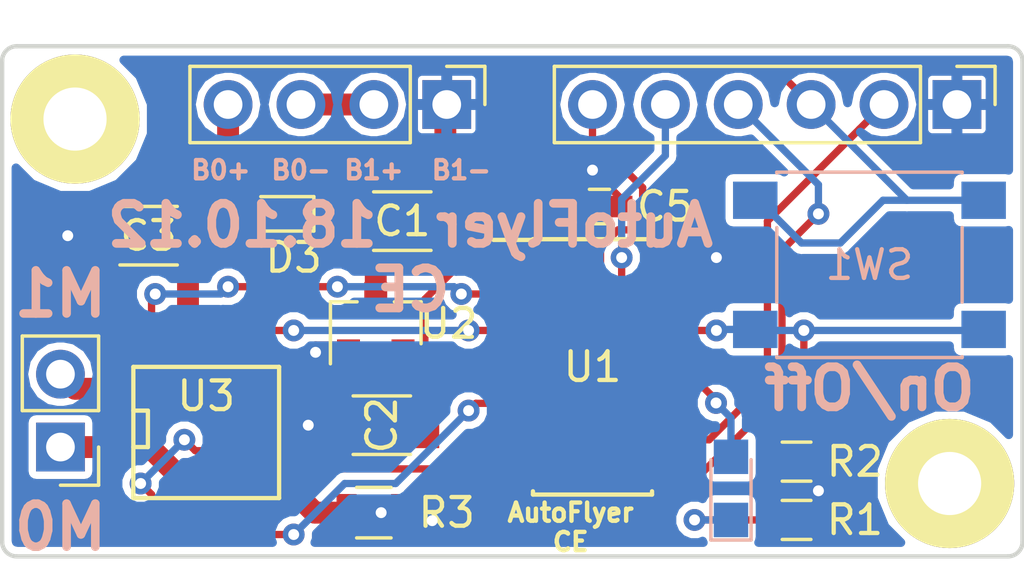
<source format=kicad_pcb>
(kicad_pcb (version 20171130) (host pcbnew "(5.0.0)")

  (general
    (thickness 1.6)
    (drawings 17)
    (tracks 169)
    (zones 0)
    (modules 18)
    (nets 20)
  )

  (page A4)
  (layers
    (0 F.Cu signal)
    (31 B.Cu signal)
    (32 B.Adhes user)
    (33 F.Adhes user hide)
    (34 B.Paste user)
    (35 F.Paste user)
    (36 B.SilkS user)
    (37 F.SilkS user)
    (38 B.Mask user)
    (39 F.Mask user)
    (40 Dwgs.User user)
    (41 Cmts.User user)
    (42 Eco1.User user)
    (43 Eco2.User user)
    (44 Edge.Cuts user)
    (45 Margin user)
    (46 B.CrtYd user)
    (47 F.CrtYd user)
    (48 B.Fab user)
    (49 F.Fab user)
  )

  (setup
    (last_trace_width 0.254)
    (user_trace_width 0.508)
    (user_trace_width 0.762)
    (trace_clearance 0.2286)
    (zone_clearance 0.254)
    (zone_45_only no)
    (trace_min 0.254)
    (segment_width 0.2)
    (edge_width 0.15)
    (via_size 0.762)
    (via_drill 0.381)
    (via_min_size 0.762)
    (via_min_drill 0.381)
    (uvia_size 0.762)
    (uvia_drill 0.381)
    (uvias_allowed no)
    (uvia_min_size 0.762)
    (uvia_min_drill 0.381)
    (pcb_text_width 0.3)
    (pcb_text_size 1.5 1.5)
    (mod_edge_width 0.15)
    (mod_text_size 1 1)
    (mod_text_width 0.15)
    (pad_size 4.5 4.5)
    (pad_drill 2.2)
    (pad_to_mask_clearance 0.2)
    (aux_axis_origin 0 0)
    (visible_elements 7FFFFF7F)
    (pcbplotparams
      (layerselection 0x010f8_ffffffff)
      (usegerberextensions false)
      (usegerberattributes false)
      (usegerberadvancedattributes false)
      (creategerberjobfile false)
      (excludeedgelayer true)
      (linewidth 0.100000)
      (plotframeref false)
      (viasonmask false)
      (mode 1)
      (useauxorigin false)
      (hpglpennumber 1)
      (hpglpenspeed 20)
      (hpglpendiameter 15.000000)
      (psnegative false)
      (psa4output false)
      (plotreference true)
      (plotvalue true)
      (plotinvisibletext false)
      (padsonsilk false)
      (subtractmaskfromsilk false)
      (outputformat 1)
      (mirror false)
      (drillshape 0)
      (scaleselection 1)
      (outputdirectory "gerber/"))
  )

  (net 0 "")
  (net 1 GND)
  (net 2 "Net-(C1-Pad1)")
  (net 3 +3V3)
  (net 4 +6V)
  (net 5 /MotorA)
  (net 6 /MotorB)
  (net 7 /sck)
  (net 8 /miso)
  (net 9 /mosi)
  (net 10 /rst)
  (net 11 "Net-(D1-Pad1)")
  (net 12 "Net-(R2-Pad2)")
  (net 13 /led)
  (net 14 /shunt)
  (net 15 /c0)
  (net 16 /c3)
  (net 17 /c2)
  (net 18 /c1)
  (net 19 "Net-(J3-Pad2)")

  (net_class Default "This is the default net class."
    (clearance 0.2286)
    (trace_width 0.254)
    (via_dia 0.762)
    (via_drill 0.381)
    (uvia_dia 0.762)
    (uvia_drill 0.381)
    (add_net +3V3)
    (add_net +6V)
    (add_net /MotorA)
    (add_net /MotorB)
    (add_net /c0)
    (add_net /c1)
    (add_net /c2)
    (add_net /c3)
    (add_net /led)
    (add_net /miso)
    (add_net /mosi)
    (add_net /rst)
    (add_net /sck)
    (add_net /shunt)
    (add_net GND)
    (add_net "Net-(C1-Pad1)")
    (add_net "Net-(D1-Pad1)")
    (add_net "Net-(J3-Pad2)")
    (add_net "Net-(R2-Pad2)")
  )

  (net_class thicker ""
    (clearance 0.254)
    (trace_width 0.508)
    (via_dia 0.762)
    (via_drill 0.381)
    (uvia_dia 0.762)
    (uvia_drill 0.381)
  )

  (module Capacitors_SMD:C_1206 (layer F.Cu) (tedit 5B587BDB) (tstamp 5BC0D595)
    (at 30.504 32.004 180)
    (descr "Capacitor SMD 1206, reflow soldering, AVX (see smccp.pdf)")
    (tags "capacitor 1206")
    (path /5B57FECE)
    (attr smd)
    (fp_text reference C3 (at 0 0 180) (layer F.SilkS)
      (effects (font (size 1 1) (thickness 0.15)))
    )
    (fp_text value 10uF (at 0 2 180) (layer F.Fab) hide
      (effects (font (size 1 1) (thickness 0.15)))
    )
    (fp_text user %R (at 0 -1.75 180) (layer F.Fab) hide
      (effects (font (size 1 1) (thickness 0.15)))
    )
    (fp_line (start -1.6 0.8) (end -1.6 -0.8) (layer F.Fab) (width 0.1))
    (fp_line (start 1.6 0.8) (end -1.6 0.8) (layer F.Fab) (width 0.1))
    (fp_line (start 1.6 -0.8) (end 1.6 0.8) (layer F.Fab) (width 0.1))
    (fp_line (start -1.6 -0.8) (end 1.6 -0.8) (layer F.Fab) (width 0.1))
    (fp_line (start 1 -1.02) (end -1 -1.02) (layer F.SilkS) (width 0.12))
    (fp_line (start -1 1.02) (end 1 1.02) (layer F.SilkS) (width 0.12))
    (fp_line (start -2.25 -1.05) (end 2.25 -1.05) (layer F.CrtYd) (width 0.05))
    (fp_line (start -2.25 -1.05) (end -2.25 1.05) (layer F.CrtYd) (width 0.05))
    (fp_line (start 2.25 1.05) (end 2.25 -1.05) (layer F.CrtYd) (width 0.05))
    (fp_line (start 2.25 1.05) (end -2.25 1.05) (layer F.CrtYd) (width 0.05))
    (pad 1 smd rect (at -1.5 0 180) (size 1 1.6) (layers F.Cu F.Paste F.Mask)
      (net 4 +6V))
    (pad 2 smd rect (at 1.5 0 180) (size 1 1.6) (layers F.Cu F.Paste F.Mask)
      (net 1 GND))
    (model Capacitors_SMD.3dshapes/C_1206.wrl
      (at (xyz 0 0 0))
      (scale (xyz 1 1 1))
      (rotate (xyz 0 0 0))
    )
  )

  (module Capacitors_SMD:C_1206 (layer F.Cu) (tedit 5B587BD6) (tstamp 5BC0D290)
    (at 39.346 31.496)
    (descr "Capacitor SMD 1206, reflow soldering, AVX (see smccp.pdf)")
    (tags "capacitor 1206")
    (path /5B580199)
    (attr smd)
    (fp_text reference C1 (at 0 0) (layer F.SilkS)
      (effects (font (size 1 1) (thickness 0.15)))
    )
    (fp_text value 10uF (at 0 2) (layer F.Fab) hide
      (effects (font (size 1 1) (thickness 0.15)))
    )
    (fp_text user %R (at 0 -1.75) (layer F.Fab) hide
      (effects (font (size 1 1) (thickness 0.15)))
    )
    (fp_line (start -1.6 0.8) (end -1.6 -0.8) (layer F.Fab) (width 0.1))
    (fp_line (start 1.6 0.8) (end -1.6 0.8) (layer F.Fab) (width 0.1))
    (fp_line (start 1.6 -0.8) (end 1.6 0.8) (layer F.Fab) (width 0.1))
    (fp_line (start -1.6 -0.8) (end 1.6 -0.8) (layer F.Fab) (width 0.1))
    (fp_line (start 1 -1.02) (end -1 -1.02) (layer F.SilkS) (width 0.12))
    (fp_line (start -1 1.02) (end 1 1.02) (layer F.SilkS) (width 0.12))
    (fp_line (start -2.25 -1.05) (end 2.25 -1.05) (layer F.CrtYd) (width 0.05))
    (fp_line (start -2.25 -1.05) (end -2.25 1.05) (layer F.CrtYd) (width 0.05))
    (fp_line (start 2.25 1.05) (end 2.25 -1.05) (layer F.CrtYd) (width 0.05))
    (fp_line (start 2.25 1.05) (end -2.25 1.05) (layer F.CrtYd) (width 0.05))
    (pad 1 smd rect (at -1.5 0) (size 1 1.6) (layers F.Cu F.Paste F.Mask)
      (net 2 "Net-(C1-Pad1)"))
    (pad 2 smd rect (at 1.5 0) (size 1 1.6) (layers F.Cu F.Paste F.Mask)
      (net 1 GND))
    (model Capacitors_SMD.3dshapes/C_1206.wrl
      (at (xyz 0 0 0))
      (scale (xyz 1 1 1))
      (rotate (xyz 0 0 0))
    )
  )

  (module Socket_Strips:Socket_Strip_Straight_1x02_Pitch2.54mm (layer F.Cu) (tedit 5B588245) (tstamp 5B5865C7)
    (at 27.432 39.37 180)
    (descr "Through hole straight socket strip, 1x02, 2.54mm pitch, single row")
    (tags "Through hole socket strip THT 1x02 2.54mm single row")
    (path /591C5CF9)
    (fp_text reference J1 (at 0 -2.33 180) (layer F.SilkS) hide
      (effects (font (size 1 1) (thickness 0.15)))
    )
    (fp_text value Screw_Terminal_1x02 (at 0 4.87 180) (layer F.Fab) hide
      (effects (font (size 1 1) (thickness 0.15)))
    )
    (fp_line (start -1.27 -1.27) (end -1.27 3.81) (layer F.Fab) (width 0.1))
    (fp_line (start -1.27 3.81) (end 1.27 3.81) (layer F.Fab) (width 0.1))
    (fp_line (start 1.27 3.81) (end 1.27 -1.27) (layer F.Fab) (width 0.1))
    (fp_line (start 1.27 -1.27) (end -1.27 -1.27) (layer F.Fab) (width 0.1))
    (fp_line (start -1.33 1.27) (end -1.33 3.87) (layer F.SilkS) (width 0.12))
    (fp_line (start -1.33 3.87) (end 1.33 3.87) (layer F.SilkS) (width 0.12))
    (fp_line (start 1.33 3.87) (end 1.33 1.27) (layer F.SilkS) (width 0.12))
    (fp_line (start 1.33 1.27) (end -1.33 1.27) (layer F.SilkS) (width 0.12))
    (fp_line (start -1.33 0) (end -1.33 -1.33) (layer F.SilkS) (width 0.12))
    (fp_line (start -1.33 -1.33) (end 0 -1.33) (layer F.SilkS) (width 0.12))
    (fp_line (start -1.8 -1.8) (end -1.8 4.35) (layer F.CrtYd) (width 0.05))
    (fp_line (start -1.8 4.35) (end 1.8 4.35) (layer F.CrtYd) (width 0.05))
    (fp_line (start 1.8 4.35) (end 1.8 -1.8) (layer F.CrtYd) (width 0.05))
    (fp_line (start 1.8 -1.8) (end -1.8 -1.8) (layer F.CrtYd) (width 0.05))
    (fp_text user %R (at 0 -2.33 180) (layer F.Fab) hide
      (effects (font (size 1 1) (thickness 0.15)))
    )
    (pad 1 thru_hole rect (at 0 0 180) (size 1.7 1.7) (drill 1) (layers *.Cu *.Mask)
      (net 5 /MotorA))
    (pad 2 thru_hole oval (at 0 2.54 180) (size 1.7 1.7) (drill 1) (layers *.Cu *.Mask)
      (net 6 /MotorB))
    (model ${KISYS3DMOD}/Socket_Strips.3dshapes/Socket_Strip_Straight_1x02_Pitch2.54mm.wrl
      (offset (xyz 0 -1.269999980926514 0))
      (scale (xyz 1 1 1))
      (rotate (xyz 0 0 270))
    )
  )

  (module Capacitors_SMD:C_1206 (layer F.Cu) (tedit 5B587BCD) (tstamp 5BC0CBBE)
    (at 38.632 38.608 180)
    (descr "Capacitor SMD 1206, reflow soldering, AVX (see smccp.pdf)")
    (tags "capacitor 1206")
    (path /5B580120)
    (attr smd)
    (fp_text reference C2 (at 0 0 270) (layer F.SilkS)
      (effects (font (size 1 1) (thickness 0.15)))
    )
    (fp_text value 10uF (at 0 2 180) (layer F.Fab) hide
      (effects (font (size 1 1) (thickness 0.15)))
    )
    (fp_text user %R (at 0 -1.75 180) (layer F.Fab) hide
      (effects (font (size 1 1) (thickness 0.15)))
    )
    (fp_line (start -1.6 0.8) (end -1.6 -0.8) (layer F.Fab) (width 0.1))
    (fp_line (start 1.6 0.8) (end -1.6 0.8) (layer F.Fab) (width 0.1))
    (fp_line (start 1.6 -0.8) (end 1.6 0.8) (layer F.Fab) (width 0.1))
    (fp_line (start -1.6 -0.8) (end 1.6 -0.8) (layer F.Fab) (width 0.1))
    (fp_line (start 1 -1.02) (end -1 -1.02) (layer F.SilkS) (width 0.12))
    (fp_line (start -1 1.02) (end 1 1.02) (layer F.SilkS) (width 0.12))
    (fp_line (start -2.25 -1.05) (end 2.25 -1.05) (layer F.CrtYd) (width 0.05))
    (fp_line (start -2.25 -1.05) (end -2.25 1.05) (layer F.CrtYd) (width 0.05))
    (fp_line (start 2.25 1.05) (end 2.25 -1.05) (layer F.CrtYd) (width 0.05))
    (fp_line (start 2.25 1.05) (end -2.25 1.05) (layer F.CrtYd) (width 0.05))
    (pad 1 smd rect (at -1.5 0 180) (size 1 1.6) (layers F.Cu F.Paste F.Mask)
      (net 3 +3V3))
    (pad 2 smd rect (at 1.5 0 180) (size 1 1.6) (layers F.Cu F.Paste F.Mask)
      (net 1 GND))
    (model Capacitors_SMD.3dshapes/C_1206.wrl
      (at (xyz 0 0 0))
      (scale (xyz 1 1 1))
      (rotate (xyz 0 0 0))
    )
  )

  (module Resistors_SMD:R_0603 (layer F.Cu) (tedit 5B62E0BC) (tstamp 5B586608)
    (at 53.086 41.91 180)
    (descr "Resistor SMD 0603, reflow soldering, Vishay (see dcrcw.pdf)")
    (tags "resistor 0603")
    (path /5B57C2C2)
    (attr smd)
    (fp_text reference R1 (at -2.032 0 180) (layer F.SilkS)
      (effects (font (size 1 1) (thickness 0.15)))
    )
    (fp_text value 1K (at 0 1.5 180) (layer F.Fab) hide
      (effects (font (size 1 1) (thickness 0.15)))
    )
    (fp_text user %R (at 0 0 180) (layer F.Fab)
      (effects (font (size 0.4 0.4) (thickness 0.075)))
    )
    (fp_line (start -0.8 0.4) (end -0.8 -0.4) (layer F.Fab) (width 0.1))
    (fp_line (start 0.8 0.4) (end -0.8 0.4) (layer F.Fab) (width 0.1))
    (fp_line (start 0.8 -0.4) (end 0.8 0.4) (layer F.Fab) (width 0.1))
    (fp_line (start -0.8 -0.4) (end 0.8 -0.4) (layer F.Fab) (width 0.1))
    (fp_line (start 0.5 0.68) (end -0.5 0.68) (layer F.SilkS) (width 0.12))
    (fp_line (start -0.5 -0.68) (end 0.5 -0.68) (layer F.SilkS) (width 0.12))
    (fp_line (start -1.25 -0.7) (end 1.25 -0.7) (layer F.CrtYd) (width 0.05))
    (fp_line (start -1.25 -0.7) (end -1.25 0.7) (layer F.CrtYd) (width 0.05))
    (fp_line (start 1.25 0.7) (end 1.25 -0.7) (layer F.CrtYd) (width 0.05))
    (fp_line (start 1.25 0.7) (end -1.25 0.7) (layer F.CrtYd) (width 0.05))
    (pad 1 smd rect (at -0.75 0 180) (size 0.5 0.9) (layers F.Cu F.Paste F.Mask)
      (net 1 GND))
    (pad 2 smd rect (at 0.75 0 180) (size 0.5 0.9) (layers F.Cu F.Paste F.Mask)
      (net 11 "Net-(D1-Pad1)"))
    (model ${KISYS3DMOD}/Resistors_SMD.3dshapes/R_0603.wrl
      (at (xyz 0 0 0))
      (scale (xyz 1 1 1))
      (rotate (xyz 0 0 0))
    )
  )

  (module Resistors_SMD:R_0603 (layer F.Cu) (tedit 5B62E0BF) (tstamp 5B586619)
    (at 53.086 39.878 180)
    (descr "Resistor SMD 0603, reflow soldering, Vishay (see dcrcw.pdf)")
    (tags "resistor 0603")
    (path /5B58B4E7)
    (attr smd)
    (fp_text reference R2 (at -2.032 0 180) (layer F.SilkS)
      (effects (font (size 1 1) (thickness 0.15)))
    )
    (fp_text value 10K (at 0 1.5 180) (layer F.Fab) hide
      (effects (font (size 1 1) (thickness 0.15)))
    )
    (fp_text user %R (at 0 0 180) (layer F.Fab)
      (effects (font (size 0.4 0.4) (thickness 0.075)))
    )
    (fp_line (start -0.8 0.4) (end -0.8 -0.4) (layer F.Fab) (width 0.1))
    (fp_line (start 0.8 0.4) (end -0.8 0.4) (layer F.Fab) (width 0.1))
    (fp_line (start 0.8 -0.4) (end 0.8 0.4) (layer F.Fab) (width 0.1))
    (fp_line (start -0.8 -0.4) (end 0.8 -0.4) (layer F.Fab) (width 0.1))
    (fp_line (start 0.5 0.68) (end -0.5 0.68) (layer F.SilkS) (width 0.12))
    (fp_line (start -0.5 -0.68) (end 0.5 -0.68) (layer F.SilkS) (width 0.12))
    (fp_line (start -1.25 -0.7) (end 1.25 -0.7) (layer F.CrtYd) (width 0.05))
    (fp_line (start -1.25 -0.7) (end -1.25 0.7) (layer F.CrtYd) (width 0.05))
    (fp_line (start 1.25 0.7) (end 1.25 -0.7) (layer F.CrtYd) (width 0.05))
    (fp_line (start 1.25 0.7) (end -1.25 0.7) (layer F.CrtYd) (width 0.05))
    (pad 1 smd rect (at -0.75 0 180) (size 0.5 0.9) (layers F.Cu F.Paste F.Mask)
      (net 1 GND))
    (pad 2 smd rect (at 0.75 0 180) (size 0.5 0.9) (layers F.Cu F.Paste F.Mask)
      (net 12 "Net-(R2-Pad2)"))
    (model ${KISYS3DMOD}/Resistors_SMD.3dshapes/R_0603.wrl
      (at (xyz 0 0 0))
      (scale (xyz 1 1 1))
      (rotate (xyz 0 0 0))
    )
  )

  (module Socket_Strips:Socket_Strip_Straight_1x06_Pitch2.54mm (layer F.Cu) (tedit 5B5881E1) (tstamp 5B5865E0)
    (at 58.674 27.432 270)
    (descr "Through hole straight socket strip, 1x06, 2.54mm pitch, single row")
    (tags "Through hole socket strip THT 1x06 2.54mm single row")
    (path /5B579904)
    (fp_text reference J2 (at 0 -2.33 270) (layer F.SilkS) hide
      (effects (font (size 1 1) (thickness 0.15)))
    )
    (fp_text value Programmer (at -2.794 6.35) (layer F.Fab)
      (effects (font (size 1 1) (thickness 0.15)))
    )
    (fp_line (start -1.27 -1.27) (end -1.27 13.97) (layer F.Fab) (width 0.1))
    (fp_line (start -1.27 13.97) (end 1.27 13.97) (layer F.Fab) (width 0.1))
    (fp_line (start 1.27 13.97) (end 1.27 -1.27) (layer F.Fab) (width 0.1))
    (fp_line (start 1.27 -1.27) (end -1.27 -1.27) (layer F.Fab) (width 0.1))
    (fp_line (start -1.33 1.27) (end -1.33 14.03) (layer F.SilkS) (width 0.12))
    (fp_line (start -1.33 14.03) (end 1.33 14.03) (layer F.SilkS) (width 0.12))
    (fp_line (start 1.33 14.03) (end 1.33 1.27) (layer F.SilkS) (width 0.12))
    (fp_line (start 1.33 1.27) (end -1.33 1.27) (layer F.SilkS) (width 0.12))
    (fp_line (start -1.33 0) (end -1.33 -1.33) (layer F.SilkS) (width 0.12))
    (fp_line (start -1.33 -1.33) (end 0 -1.33) (layer F.SilkS) (width 0.12))
    (fp_line (start -1.8 -1.8) (end -1.8 14.5) (layer F.CrtYd) (width 0.05))
    (fp_line (start -1.8 14.5) (end 1.8 14.5) (layer F.CrtYd) (width 0.05))
    (fp_line (start 1.8 14.5) (end 1.8 -1.8) (layer F.CrtYd) (width 0.05))
    (fp_line (start 1.8 -1.8) (end -1.8 -1.8) (layer F.CrtYd) (width 0.05))
    (fp_text user %R (at 0 -2.33 270) (layer F.Fab) hide
      (effects (font (size 1 1) (thickness 0.15)))
    )
    (pad 1 thru_hole rect (at 0 0 270) (size 1.7 1.7) (drill 1) (layers *.Cu *.Mask)
      (net 1 GND))
    (pad 2 thru_hole oval (at 0 2.54 270) (size 1.7 1.7) (drill 1) (layers *.Cu *.Mask)
      (net 7 /sck))
    (pad 3 thru_hole oval (at 0 5.08 270) (size 1.7 1.7) (drill 1) (layers *.Cu *.Mask)
      (net 3 +3V3))
    (pad 4 thru_hole oval (at 0 7.62 270) (size 1.7 1.7) (drill 1) (layers *.Cu *.Mask)
      (net 8 /miso))
    (pad 5 thru_hole oval (at 0 10.16 270) (size 1.7 1.7) (drill 1) (layers *.Cu *.Mask)
      (net 9 /mosi))
    (pad 6 thru_hole oval (at 0 12.7 270) (size 1.7 1.7) (drill 1) (layers *.Cu *.Mask)
      (net 10 /rst))
    (model ${KISYS3DMOD}/Socket_Strips.3dshapes/Socket_Strip_Straight_1x06_Pitch2.54mm.wrl
      (offset (xyz 0 -6.349999904632568 0))
      (scale (xyz 1 1 1))
      (rotate (xyz 0 0 270))
    )
  )

  (module Capacitors_SMD:C_0603 (layer F.Cu) (tedit 5B587BD2) (tstamp 5B58659A)
    (at 46.216 30.988)
    (descr "Capacitor SMD 0603, reflow soldering, AVX (see smccp.pdf)")
    (tags "capacitor 0603")
    (path /591CE67A)
    (attr smd)
    (fp_text reference C5 (at 2.286 0 180) (layer F.SilkS)
      (effects (font (size 1 1) (thickness 0.15)))
    )
    (fp_text value 0.1uF (at 0 1.5) (layer F.Fab) hide
      (effects (font (size 1 1) (thickness 0.15)))
    )
    (fp_line (start 1.4 0.65) (end -1.4 0.65) (layer F.CrtYd) (width 0.05))
    (fp_line (start 1.4 0.65) (end 1.4 -0.65) (layer F.CrtYd) (width 0.05))
    (fp_line (start -1.4 -0.65) (end -1.4 0.65) (layer F.CrtYd) (width 0.05))
    (fp_line (start -1.4 -0.65) (end 1.4 -0.65) (layer F.CrtYd) (width 0.05))
    (fp_line (start 0.35 0.6) (end -0.35 0.6) (layer F.SilkS) (width 0.12))
    (fp_line (start -0.35 -0.6) (end 0.35 -0.6) (layer F.SilkS) (width 0.12))
    (fp_line (start -0.8 -0.4) (end 0.8 -0.4) (layer F.Fab) (width 0.1))
    (fp_line (start 0.8 -0.4) (end 0.8 0.4) (layer F.Fab) (width 0.1))
    (fp_line (start 0.8 0.4) (end -0.8 0.4) (layer F.Fab) (width 0.1))
    (fp_line (start -0.8 0.4) (end -0.8 -0.4) (layer F.Fab) (width 0.1))
    (fp_text user %R (at 0 0) (layer F.Fab)
      (effects (font (size 0.3 0.3) (thickness 0.075)))
    )
    (pad 2 smd rect (at 0.75 0) (size 0.8 0.75) (layers F.Cu F.Paste F.Mask)
      (net 1 GND))
    (pad 1 smd rect (at -0.75 0) (size 0.8 0.75) (layers F.Cu F.Paste F.Mask)
      (net 3 +3V3))
    (model Capacitors_SMD.3dshapes/C_0603.wrl
      (at (xyz 0 0 0))
      (scale (xyz 1 1 1))
      (rotate (xyz 0 0 0))
    )
  )

  (module Diodes_SMD:D_SOD-523 (layer F.Cu) (tedit 5B62E470) (tstamp 5B5865B2)
    (at 35.114 31.242 180)
    (descr "http://www.diodes.com/datasheets/ap02001.pdf p.144")
    (tags "Diode SOD523")
    (path /5B581D79)
    (attr smd)
    (fp_text reference D3 (at -0.446 -1.524 180) (layer F.SilkS)
      (effects (font (size 1 1) (thickness 0.15)))
    )
    (fp_text value D_Schottky (at 0 1.4 180) (layer F.Fab) hide
      (effects (font (size 1 1) (thickness 0.15)))
    )
    (fp_text user %R (at 0 -1.3 180) (layer F.Fab) hide
      (effects (font (size 1 1) (thickness 0.15)))
    )
    (fp_line (start -1.15 -0.6) (end -1.15 0.6) (layer F.SilkS) (width 0.12))
    (fp_line (start 1.25 -0.7) (end 1.25 0.7) (layer F.CrtYd) (width 0.05))
    (fp_line (start -1.25 -0.7) (end 1.25 -0.7) (layer F.CrtYd) (width 0.05))
    (fp_line (start -1.25 0.7) (end -1.25 -0.7) (layer F.CrtYd) (width 0.05))
    (fp_line (start 1.25 0.7) (end -1.25 0.7) (layer F.CrtYd) (width 0.05))
    (fp_line (start 0.1 0) (end 0.25 0) (layer F.Fab) (width 0.1))
    (fp_line (start 0.1 -0.2) (end -0.2 0) (layer F.Fab) (width 0.1))
    (fp_line (start 0.1 0.2) (end 0.1 -0.2) (layer F.Fab) (width 0.1))
    (fp_line (start -0.2 0) (end 0.1 0.2) (layer F.Fab) (width 0.1))
    (fp_line (start -0.2 0) (end -0.35 0) (layer F.Fab) (width 0.1))
    (fp_line (start -0.2 0.2) (end -0.2 -0.2) (layer F.Fab) (width 0.1))
    (fp_line (start 0.65 -0.45) (end 0.65 0.45) (layer F.Fab) (width 0.1))
    (fp_line (start -0.65 -0.45) (end 0.65 -0.45) (layer F.Fab) (width 0.1))
    (fp_line (start -0.65 0.45) (end -0.65 -0.45) (layer F.Fab) (width 0.1))
    (fp_line (start 0.65 0.45) (end -0.65 0.45) (layer F.Fab) (width 0.1))
    (fp_line (start 0.7 -0.6) (end -1.15 -0.6) (layer F.SilkS) (width 0.12))
    (fp_line (start 0.7 0.6) (end -1.15 0.6) (layer F.SilkS) (width 0.12))
    (pad 2 smd rect (at 0.7 0) (size 0.6 0.7) (layers F.Cu F.Paste F.Mask)
      (net 4 +6V))
    (pad 1 smd rect (at -0.7 0) (size 0.6 0.7) (layers F.Cu F.Paste F.Mask)
      (net 2 "Net-(C1-Pad1)"))
    (model ${KISYS3DMOD}/Diodes_SMD.3dshapes/D_SOD-523.wrl
      (at (xyz 0 0 0))
      (scale (xyz 1 1 1))
      (rotate (xyz 0 0 0))
    )
  )

  (module Socket_Strips:Socket_Strip_Straight_1x04_Pitch2.54mm (layer F.Cu) (tedit 5B588231) (tstamp 5BC0CA7D)
    (at 40.894 27.432 270)
    (descr "Through hole straight socket strip, 1x04, 2.54mm pitch, single row")
    (tags "Through hole socket strip THT 1x04 2.54mm single row")
    (path /5B57E54A)
    (fp_text reference J3 (at 0 -2.33 270) (layer F.SilkS) hide
      (effects (font (size 1 1) (thickness 0.15)))
    )
    (fp_text value Battery (at 2.794 1.27) (layer F.Fab) hide
      (effects (font (size 1 1) (thickness 0.15)))
    )
    (fp_line (start -1.27 -1.27) (end -1.27 8.89) (layer F.Fab) (width 0.1))
    (fp_line (start -1.27 8.89) (end 1.27 8.89) (layer F.Fab) (width 0.1))
    (fp_line (start 1.27 8.89) (end 1.27 -1.27) (layer F.Fab) (width 0.1))
    (fp_line (start 1.27 -1.27) (end -1.27 -1.27) (layer F.Fab) (width 0.1))
    (fp_line (start -1.33 1.27) (end -1.33 8.95) (layer F.SilkS) (width 0.12))
    (fp_line (start -1.33 8.95) (end 1.33 8.95) (layer F.SilkS) (width 0.12))
    (fp_line (start 1.33 8.95) (end 1.33 1.27) (layer F.SilkS) (width 0.12))
    (fp_line (start 1.33 1.27) (end -1.33 1.27) (layer F.SilkS) (width 0.12))
    (fp_line (start -1.33 0) (end -1.33 -1.33) (layer F.SilkS) (width 0.12))
    (fp_line (start -1.33 -1.33) (end 0 -1.33) (layer F.SilkS) (width 0.12))
    (fp_line (start -1.8 -1.8) (end -1.8 9.4) (layer F.CrtYd) (width 0.05))
    (fp_line (start -1.8 9.4) (end 1.8 9.4) (layer F.CrtYd) (width 0.05))
    (fp_line (start 1.8 9.4) (end 1.8 -1.8) (layer F.CrtYd) (width 0.05))
    (fp_line (start 1.8 -1.8) (end -1.8 -1.8) (layer F.CrtYd) (width 0.05))
    (fp_text user %R (at 0 -2.33 270) (layer F.Fab) hide
      (effects (font (size 1 1) (thickness 0.15)))
    )
    (pad 1 thru_hole rect (at 0 0 270) (size 1.7 1.7) (drill 1) (layers *.Cu *.Mask)
      (net 1 GND))
    (pad 2 thru_hole oval (at 0 2.54 270) (size 1.7 1.7) (drill 1) (layers *.Cu *.Mask)
      (net 19 "Net-(J3-Pad2)"))
    (pad 3 thru_hole oval (at 0 5.08 270) (size 1.7 1.7) (drill 1) (layers *.Cu *.Mask)
      (net 19 "Net-(J3-Pad2)"))
    (pad 4 thru_hole oval (at 0 7.62 270) (size 1.7 1.7) (drill 1) (layers *.Cu *.Mask)
      (net 4 +6V))
    (model ${KISYS3DMOD}/Socket_Strips.3dshapes/Socket_Strip_Straight_1x04_Pitch2.54mm.wrl
      (offset (xyz 0 -3.809999942779541 0))
      (scale (xyz 1 1 1))
      (rotate (xyz 0 0 270))
    )
  )

  (module Resistors_SMD:R_0805 (layer F.Cu) (tedit 5B62E463) (tstamp 5B58662A)
    (at 38.354 41.656)
    (descr "Resistor SMD 0805, reflow soldering, Vishay (see dcrcw.pdf)")
    (tags "resistor 0805")
    (path /5B582B1D)
    (attr smd)
    (fp_text reference R3 (at 2.54 0) (layer F.SilkS)
      (effects (font (size 1 1) (thickness 0.15)))
    )
    (fp_text value 0.5 (at 0 1.75) (layer F.Fab) hide
      (effects (font (size 1 1) (thickness 0.15)))
    )
    (fp_text user %R (at 0 0) (layer F.Fab) hide
      (effects (font (size 0.5 0.5) (thickness 0.075)))
    )
    (fp_line (start -1 0.62) (end -1 -0.62) (layer F.Fab) (width 0.1))
    (fp_line (start 1 0.62) (end -1 0.62) (layer F.Fab) (width 0.1))
    (fp_line (start 1 -0.62) (end 1 0.62) (layer F.Fab) (width 0.1))
    (fp_line (start -1 -0.62) (end 1 -0.62) (layer F.Fab) (width 0.1))
    (fp_line (start 0.6 0.88) (end -0.6 0.88) (layer F.SilkS) (width 0.12))
    (fp_line (start -0.6 -0.88) (end 0.6 -0.88) (layer F.SilkS) (width 0.12))
    (fp_line (start -1.55 -0.9) (end 1.55 -0.9) (layer F.CrtYd) (width 0.05))
    (fp_line (start -1.55 -0.9) (end -1.55 0.9) (layer F.CrtYd) (width 0.05))
    (fp_line (start 1.55 0.9) (end 1.55 -0.9) (layer F.CrtYd) (width 0.05))
    (fp_line (start 1.55 0.9) (end -1.55 0.9) (layer F.CrtYd) (width 0.05))
    (pad 1 smd rect (at -0.95 0) (size 0.7 1.3) (layers F.Cu F.Paste F.Mask)
      (net 14 /shunt))
    (pad 2 smd rect (at 0.95 0) (size 0.7 1.3) (layers F.Cu F.Paste F.Mask)
      (net 1 GND))
    (model ${KISYS3DMOD}/Resistors_SMD.3dshapes/R_0805.wrl
      (at (xyz 0 0 0))
      (scale (xyz 1 1 1))
      (rotate (xyz 0 0 0))
    )
  )

  (module CA6:HOLE_3.0mm (layer F.Cu) (tedit 5B586720) (tstamp 5B586680)
    (at 27.94 27.94)
    (path /5B57B3C8)
    (fp_text reference X1 (at -0.0254 -0.508) (layer F.SilkS) hide
      (effects (font (size 0.8 0.8) (thickness 0.14986)))
    )
    (fp_text value HOLE (at 0 0.7112) (layer F.SilkS) hide
      (effects (font (size 0.8 0.8) (thickness 0.14986)))
    )
    (pad "" np_thru_hole circle (at 0 0) (size 4.5 4.5) (drill 2.2) (layers *.Cu *.Mask F.SilkS))
  )

  (module TO_SOT_Packages_SMD:SOT-23 (layer F.Cu) (tedit 5B62E44F) (tstamp 5B5868F4)
    (at 38.42 35.068 90)
    (descr "SOT-23, Standard")
    (tags SOT-23)
    (path /5B578CC2)
    (attr smd)
    (fp_text reference U2 (at 0 2.54 180) (layer F.SilkS)
      (effects (font (size 1 1) (thickness 0.15)))
    )
    (fp_text value LD1117S33TR_SOT223 (at 0 2.5 90) (layer F.Fab) hide
      (effects (font (size 1 1) (thickness 0.15)))
    )
    (fp_text user %R (at 0 0 180) (layer F.Fab)
      (effects (font (size 0.5 0.5) (thickness 0.075)))
    )
    (fp_line (start -0.7 -0.95) (end -0.7 1.5) (layer F.Fab) (width 0.1))
    (fp_line (start -0.15 -1.52) (end 0.7 -1.52) (layer F.Fab) (width 0.1))
    (fp_line (start -0.7 -0.95) (end -0.15 -1.52) (layer F.Fab) (width 0.1))
    (fp_line (start 0.7 -1.52) (end 0.7 1.52) (layer F.Fab) (width 0.1))
    (fp_line (start -0.7 1.52) (end 0.7 1.52) (layer F.Fab) (width 0.1))
    (fp_line (start 0.76 1.58) (end 0.76 0.65) (layer F.SilkS) (width 0.12))
    (fp_line (start 0.76 -1.58) (end 0.76 -0.65) (layer F.SilkS) (width 0.12))
    (fp_line (start -1.7 -1.75) (end 1.7 -1.75) (layer F.CrtYd) (width 0.05))
    (fp_line (start 1.7 -1.75) (end 1.7 1.75) (layer F.CrtYd) (width 0.05))
    (fp_line (start 1.7 1.75) (end -1.7 1.75) (layer F.CrtYd) (width 0.05))
    (fp_line (start -1.7 1.75) (end -1.7 -1.75) (layer F.CrtYd) (width 0.05))
    (fp_line (start 0.76 -1.58) (end -1.4 -1.58) (layer F.SilkS) (width 0.12))
    (fp_line (start 0.76 1.58) (end -0.7 1.58) (layer F.SilkS) (width 0.12))
    (pad 1 smd rect (at -1 -0.95 90) (size 0.9 0.8) (layers F.Cu F.Paste F.Mask)
      (net 1 GND))
    (pad 2 smd rect (at -1 0.95 90) (size 0.9 0.8) (layers F.Cu F.Paste F.Mask)
      (net 3 +3V3))
    (pad 3 smd rect (at 1 0 90) (size 0.9 0.8) (layers F.Cu F.Paste F.Mask)
      (net 2 "Net-(C1-Pad1)"))
    (model ${KISYS3DMOD}/TO_SOT_Packages_SMD.3dshapes/SOT-23.wrl
      (at (xyz 0 0 0))
      (scale (xyz 1 1 1))
      (rotate (xyz 0 0 0))
    )
  )

  (module Buttons_Switches_SMD:SW_SPST_PTS645 (layer B.Cu) (tedit 5B62E9CC) (tstamp 5B58909E)
    (at 55.626 33.02)
    (descr "C&K Components SPST SMD PTS645 Series 6mm Tact Switch")
    (tags "SPST Button Switch")
    (path /5B58ACFA)
    (attr smd)
    (fp_text reference SW1 (at 0 0) (layer B.SilkS)
      (effects (font (size 1 1) (thickness 0.15)) (justify mirror))
    )
    (fp_text value SW_Push (at 0 -4.15) (layer B.Fab) hide
      (effects (font (size 1 1) (thickness 0.15)) (justify mirror))
    )
    (fp_text user %R (at 0 4.05) (layer B.Fab) hide
      (effects (font (size 1 1) (thickness 0.15)) (justify mirror))
    )
    (fp_line (start -3 3) (end -3 -3) (layer B.Fab) (width 0.1))
    (fp_line (start -3 -3) (end 3 -3) (layer B.Fab) (width 0.1))
    (fp_line (start 3 -3) (end 3 3) (layer B.Fab) (width 0.1))
    (fp_line (start 3 3) (end -3 3) (layer B.Fab) (width 0.1))
    (fp_line (start 5.05 -3.4) (end 5.05 3.4) (layer B.CrtYd) (width 0.05))
    (fp_line (start -5.05 3.4) (end -5.05 -3.4) (layer B.CrtYd) (width 0.05))
    (fp_line (start -5.05 -3.4) (end 5.05 -3.4) (layer B.CrtYd) (width 0.05))
    (fp_line (start -5.05 3.4) (end 5.05 3.4) (layer B.CrtYd) (width 0.05))
    (fp_line (start 3.23 3.23) (end 3.23 3.2) (layer B.SilkS) (width 0.12))
    (fp_line (start 3.23 -3.23) (end 3.23 -3.2) (layer B.SilkS) (width 0.12))
    (fp_line (start -3.23 -3.23) (end -3.23 -3.2) (layer B.SilkS) (width 0.12))
    (fp_line (start -3.23 3.2) (end -3.23 3.23) (layer B.SilkS) (width 0.12))
    (fp_line (start 3.23 1.3) (end 3.23 -1.3) (layer B.SilkS) (width 0.12))
    (fp_line (start -3.23 3.23) (end 3.23 3.23) (layer B.SilkS) (width 0.12))
    (fp_line (start -3.23 1.3) (end -3.23 -1.3) (layer B.SilkS) (width 0.12))
    (fp_line (start -3.23 -3.23) (end 3.23 -3.23) (layer B.SilkS) (width 0.12))
    (fp_circle (center 0 0) (end 1.75 0.05) (layer B.Fab) (width 0.1))
    (pad 2 smd rect (at -3.98 -2.25) (size 1.55 1.3) (layers B.Cu B.Paste B.Mask)
      (net 3 +3V3))
    (pad 1 smd rect (at -3.98 2.25) (size 1.55 1.3) (layers B.Cu B.Paste B.Mask)
      (net 12 "Net-(R2-Pad2)"))
    (pad 1 smd rect (at 3.98 2.25) (size 1.55 1.3) (layers B.Cu B.Paste B.Mask)
      (net 12 "Net-(R2-Pad2)"))
    (pad 2 smd rect (at 3.98 -2.25) (size 1.55 1.3) (layers B.Cu B.Paste B.Mask)
      (net 3 +3V3))
    (model ${KISYS3DMOD}/Buttons_Switches_SMD.3dshapes/SW_SPST_PTS645.wrl
      (at (xyz 0 0 0))
      (scale (xyz 1 1 1))
      (rotate (xyz 0 0 0))
    )
  )

  (module Housings_SOIC:SOIC-14_3.9x8.7mm_Pitch1.27mm (layer F.Cu) (tedit 5BC0C820) (tstamp 5BC0C75F)
    (at 45.974 36.576)
    (descr "14-Lead Plastic Small Outline (SL) - Narrow, 3.90 mm Body [SOIC] (see Microchip Packaging Specification 00000049BS.pdf)")
    (tags "SOIC 1.27")
    (path /5BC12B02)
    (attr smd)
    (fp_text reference U1 (at 0 0) (layer F.SilkS)
      (effects (font (size 1 1) (thickness 0.15)))
    )
    (fp_text value ATTINY44-20SSU (at 0 5.375) (layer F.Fab) hide
      (effects (font (size 1 1) (thickness 0.15)))
    )
    (fp_line (start -2.075 -4.425) (end -3.45 -4.425) (layer F.SilkS) (width 0.15))
    (fp_line (start -2.075 4.45) (end 2.075 4.45) (layer F.SilkS) (width 0.15))
    (fp_line (start -2.075 -4.45) (end 2.075 -4.45) (layer F.SilkS) (width 0.15))
    (fp_line (start -2.075 4.45) (end -2.075 4.335) (layer F.SilkS) (width 0.15))
    (fp_line (start 2.075 4.45) (end 2.075 4.335) (layer F.SilkS) (width 0.15))
    (fp_line (start 2.075 -4.45) (end 2.075 -4.335) (layer F.SilkS) (width 0.15))
    (fp_line (start -2.075 -4.45) (end -2.075 -4.425) (layer F.SilkS) (width 0.15))
    (fp_line (start -3.7 4.65) (end 3.7 4.65) (layer F.CrtYd) (width 0.05))
    (fp_line (start -3.7 -4.65) (end 3.7 -4.65) (layer F.CrtYd) (width 0.05))
    (fp_line (start 3.7 -4.65) (end 3.7 4.65) (layer F.CrtYd) (width 0.05))
    (fp_line (start -3.7 -4.65) (end -3.7 4.65) (layer F.CrtYd) (width 0.05))
    (fp_line (start -1.95 -3.35) (end -0.95 -4.35) (layer F.Fab) (width 0.15))
    (fp_line (start -1.95 4.35) (end -1.95 -3.35) (layer F.Fab) (width 0.15))
    (fp_line (start 1.95 4.35) (end -1.95 4.35) (layer F.Fab) (width 0.15))
    (fp_line (start 1.95 -4.35) (end 1.95 4.35) (layer F.Fab) (width 0.15))
    (fp_line (start -0.95 -4.35) (end 1.95 -4.35) (layer F.Fab) (width 0.15))
    (fp_text user %R (at 0 0) (layer F.Fab)
      (effects (font (size 0.9 0.9) (thickness 0.135)))
    )
    (pad 14 smd rect (at 2.7 -3.81) (size 1.5 0.6) (layers F.Cu F.Paste F.Mask)
      (net 1 GND))
    (pad 13 smd rect (at 2.7 -2.54) (size 1.5 0.6) (layers F.Cu F.Paste F.Mask)
      (net 14 /shunt))
    (pad 12 smd rect (at 2.7 -1.27) (size 1.5 0.6) (layers F.Cu F.Paste F.Mask)
      (net 12 "Net-(R2-Pad2)"))
    (pad 11 smd rect (at 2.7 0) (size 1.5 0.6) (layers F.Cu F.Paste F.Mask)
      (net 13 /led))
    (pad 10 smd rect (at 2.7 1.27) (size 1.5 0.6) (layers F.Cu F.Paste F.Mask))
    (pad 9 smd rect (at 2.7 2.54) (size 1.5 0.6) (layers F.Cu F.Paste F.Mask)
      (net 7 /sck))
    (pad 8 smd rect (at 2.7 3.81) (size 1.5 0.6) (layers F.Cu F.Paste F.Mask)
      (net 8 /miso))
    (pad 7 smd rect (at -2.7 3.81) (size 1.5 0.6) (layers F.Cu F.Paste F.Mask)
      (net 9 /mosi))
    (pad 6 smd rect (at -2.7 2.54) (size 1.5 0.6) (layers F.Cu F.Paste F.Mask)
      (net 15 /c0))
    (pad 5 smd rect (at -2.7 1.27) (size 1.5 0.6) (layers F.Cu F.Paste F.Mask)
      (net 18 /c1))
    (pad 4 smd rect (at -2.7 0) (size 1.5 0.6) (layers F.Cu F.Paste F.Mask)
      (net 10 /rst))
    (pad 3 smd rect (at -2.7 -1.27) (size 1.5 0.6) (layers F.Cu F.Paste F.Mask)
      (net 17 /c2))
    (pad 2 smd rect (at -2.7 -2.54) (size 1.5 0.6) (layers F.Cu F.Paste F.Mask)
      (net 16 /c3))
    (pad 1 smd rect (at -2.7 -3.81) (size 1.5 0.6) (layers F.Cu F.Paste F.Mask)
      (net 3 +3V3))
    (model ${KISYS3DMOD}/Housings_SOIC.3dshapes/SOIC-14_3.9x8.7mm_Pitch1.27mm.wrl
      (at (xyz 0 0 0))
      (scale (xyz 1 1 1))
      (rotate (xyz 0 0 0))
    )
  )

  (module CA6:HOLE_3.0mm (layer F.Cu) (tedit 5B586725) (tstamp 5B586685)
    (at 58.42 40.64)
    (path /5B57B5D7)
    (fp_text reference X2 (at -0.0254 -0.508) (layer F.SilkS) hide
      (effects (font (size 0.8 0.8) (thickness 0.14986)))
    )
    (fp_text value HOLE (at 0 0.7112) (layer F.SilkS) hide
      (effects (font (size 0.8 0.8) (thickness 0.14986)))
    )
    (pad "" np_thru_hole circle (at 0 0) (size 4.5 4.5) (drill 2.2) (layers *.Cu *.Mask F.SilkS))
  )

  (module LEDs:LED_0805 (layer B.Cu) (tedit 5B62ECEF) (tstamp 5B622F69)
    (at 50.8 40.81 90)
    (descr "LED 0805 smd package")
    (tags "LED led 0805 SMD smd SMT smt smdled SMDLED smtled SMTLED")
    (path /5B57BFE6)
    (attr smd)
    (fp_text reference D1 (at 0 1.27 90) (layer B.SilkS) hide
      (effects (font (size 1 1) (thickness 0.15)) (justify mirror))
    )
    (fp_text value LED_ALT (at 0 -1.55 90) (layer B.Fab) hide
      (effects (font (size 1 1) (thickness 0.15)) (justify mirror))
    )
    (fp_line (start -1.8 0.7) (end -1.8 -0.7) (layer B.SilkS) (width 0.12))
    (fp_line (start -0.4 0.4) (end -0.4 -0.4) (layer B.Fab) (width 0.1))
    (fp_line (start -0.4 0) (end 0.2 0.4) (layer B.Fab) (width 0.1))
    (fp_line (start 0.2 -0.4) (end -0.4 0) (layer B.Fab) (width 0.1))
    (fp_line (start 0.2 0.4) (end 0.2 -0.4) (layer B.Fab) (width 0.1))
    (fp_line (start 1 -0.6) (end -1 -0.6) (layer B.Fab) (width 0.1))
    (fp_line (start 1 0.6) (end 1 -0.6) (layer B.Fab) (width 0.1))
    (fp_line (start -1 0.6) (end 1 0.6) (layer B.Fab) (width 0.1))
    (fp_line (start -1 -0.6) (end -1 0.6) (layer B.Fab) (width 0.1))
    (fp_line (start -1.8 -0.7) (end 1 -0.7) (layer B.SilkS) (width 0.12))
    (fp_line (start -1.8 0.7) (end 1 0.7) (layer B.SilkS) (width 0.12))
    (fp_line (start 1.95 0.85) (end 1.95 -0.85) (layer B.CrtYd) (width 0.05))
    (fp_line (start 1.95 -0.85) (end -1.95 -0.85) (layer B.CrtYd) (width 0.05))
    (fp_line (start -1.95 -0.85) (end -1.95 0.85) (layer B.CrtYd) (width 0.05))
    (fp_line (start -1.95 0.85) (end 1.95 0.85) (layer B.CrtYd) (width 0.05))
    (fp_text user %R (at 0 1.25 90) (layer B.Fab)
      (effects (font (size 0.4 0.4) (thickness 0.1)) (justify mirror))
    )
    (pad 2 smd rect (at 1.1 0 270) (size 1.2 1.2) (layers B.Cu B.Paste B.Mask)
      (net 13 /led))
    (pad 1 smd rect (at -1.1 0 270) (size 1.2 1.2) (layers B.Cu B.Paste B.Mask)
      (net 11 "Net-(D1-Pad1)"))
    (model ${KISYS3DMOD}/LEDs.3dshapes/LED_0805.wrl
      (at (xyz 0 0 0))
      (scale (xyz 1 1 1))
      (rotate (xyz 0 0 180))
    )
  )

  (module SMD_Packages:SOIC-8-N (layer F.Cu) (tedit 5BC0CB3C) (tstamp 5BC0C9F0)
    (at 32.512 38.862)
    (descr "Module Narrow CMS SOJ 8 pins large")
    (tags "CMS SOJ")
    (path /5AFDCE74)
    (attr smd)
    (fp_text reference U3 (at 0 -1.27) (layer F.SilkS)
      (effects (font (size 1 1) (thickness 0.15)))
    )
    (fp_text value H-Bridge-DMHC3025LSD (at 0 1.27) (layer F.Fab) hide
      (effects (font (size 1 1) (thickness 0.15)))
    )
    (fp_line (start -2.032 0.508) (end -2.54 0.508) (layer F.SilkS) (width 0.15))
    (fp_line (start -2.032 -0.762) (end -2.032 0.508) (layer F.SilkS) (width 0.15))
    (fp_line (start -2.54 -0.762) (end -2.032 -0.762) (layer F.SilkS) (width 0.15))
    (fp_line (start -2.54 2.286) (end -2.54 -2.286) (layer F.SilkS) (width 0.15))
    (fp_line (start 2.54 2.286) (end -2.54 2.286) (layer F.SilkS) (width 0.15))
    (fp_line (start 2.54 -2.286) (end 2.54 2.286) (layer F.SilkS) (width 0.15))
    (fp_line (start -2.54 -2.286) (end 2.54 -2.286) (layer F.SilkS) (width 0.15))
    (pad 1 smd rect (at -1.905 3.175) (size 0.508 1.143) (layers F.Cu F.Paste F.Mask)
      (net 15 /c0))
    (pad 2 smd rect (at -0.635 3.175) (size 0.508 1.143) (layers F.Cu F.Paste F.Mask)
      (net 5 /MotorA))
    (pad 3 smd rect (at 0.635 3.175) (size 0.508 1.143) (layers F.Cu F.Paste F.Mask)
      (net 14 /shunt))
    (pad 4 smd rect (at 1.905 3.175) (size 0.508 1.143) (layers F.Cu F.Paste F.Mask)
      (net 18 /c1))
    (pad 5 smd rect (at 1.905 -3.175) (size 0.508 1.143) (layers F.Cu F.Paste F.Mask)
      (net 17 /c2))
    (pad 6 smd rect (at 0.635 -3.175) (size 0.508 1.143) (layers F.Cu F.Paste F.Mask)
      (net 6 /MotorB))
    (pad 7 smd rect (at -0.635 -3.175) (size 0.508 1.143) (layers F.Cu F.Paste F.Mask)
      (net 4 +6V))
    (pad 8 smd rect (at -1.905 -3.175) (size 0.508 1.143) (layers F.Cu F.Paste F.Mask)
      (net 16 /c3))
    (model SMD_Packages.3dshapes/SOIC-8-N.wrl
      (at (xyz 0 0 0))
      (scale (xyz 0.5 0.38 0.5))
      (rotate (xyz 0 0 0))
    )
  )

  (gr_text B1- (at 41.402 29.718) (layer B.SilkS) (tstamp 5BC0D399)
    (effects (font (size 0.635 0.635) (thickness 0.1524)))
  )
  (gr_text B1+ (at 38.354 29.718) (layer B.SilkS) (tstamp 5BC0D397)
    (effects (font (size 0.635 0.635) (thickness 0.1524)))
  )
  (gr_text B0- (at 35.814 29.718) (layer B.SilkS) (tstamp 5BC0D393)
    (effects (font (size 0.635 0.635) (thickness 0.1524)))
  )
  (gr_text On/Off (at 55.626 37.338) (layer B.SilkS)
    (effects (font (size 1.397 1.397) (thickness 0.3048)) (justify mirror))
  )
  (gr_text "AutoFlyer  18.10.12\nCE" (at 39.624 32.766) (layer B.SilkS) (tstamp 5BC0CA38)
    (effects (font (size 1.397 1.397) (thickness 0.3048)) (justify mirror))
  )
  (gr_text M0 (at 27.432 42.164) (layer B.SilkS)
    (effects (font (size 1.5 1.5) (thickness 0.3)) (justify mirror))
  )
  (gr_text M1 (at 27.432 34.036) (layer B.SilkS)
    (effects (font (size 1.5 1.5) (thickness 0.3)) (justify mirror))
  )
  (gr_text "AutoFlyer\nCE" (at 45.212 42.164) (layer F.SilkS)
    (effects (font (size 0.635 0.635) (thickness 0.1524)))
  )
  (gr_text B0+ (at 33.02 29.718) (layer B.SilkS)
    (effects (font (size 0.635 0.635) (thickness 0.1524)))
  )
  (gr_arc (start 25.908 25.908) (end 25.4 25.908) (angle 90) (layer Edge.Cuts) (width 0.15))
  (gr_line (start 60.452 43.18) (end 25.908 43.18) (angle 90) (layer Edge.Cuts) (width 0.15))
  (gr_line (start 25.4 25.908) (end 25.4 42.672) (angle 90) (layer Edge.Cuts) (width 0.15))
  (gr_arc (start 25.908 42.672) (end 25.908 43.18) (angle 90) (layer Edge.Cuts) (width 0.15))
  (gr_arc (start 60.452 25.908) (end 60.452 25.4) (angle 90) (layer Edge.Cuts) (width 0.15))
  (gr_line (start 60.96 25.908) (end 60.96 42.672) (angle 90) (layer Edge.Cuts) (width 0.15))
  (gr_arc (start 60.452 42.672) (end 60.96 42.672) (angle 90) (layer Edge.Cuts) (width 0.15))
  (gr_line (start 25.908 25.4) (end 60.452 25.4) (angle 90) (layer Edge.Cuts) (width 0.15))

  (via (at 38.608 41.656) (size 0.762) (drill 0.381) (layers F.Cu B.Cu) (net 1))
  (segment (start 39.304 41.656) (end 38.608 41.656) (width 0.762) (layer F.Cu) (net 1) (status 10))
  (segment (start 37.47 38.27) (end 37.132 38.608) (width 0.762) (layer F.Cu) (net 1) (status 30))
  (segment (start 37.47 36.068) (end 37.47 38.27) (width 0.762) (layer F.Cu) (net 1) (status 30))
  (via (at 36.322 36.068) (size 0.762) (drill 0.381) (layers F.Cu B.Cu) (net 1))
  (segment (start 37.47 36.068) (end 36.322 36.068) (width 0.762) (layer F.Cu) (net 1) (status 10))
  (via (at 36.068 38.608) (size 0.762) (drill 0.381) (layers F.Cu B.Cu) (net 1))
  (segment (start 37.132 38.608) (end 36.068 38.608) (width 0.762) (layer F.Cu) (net 1) (status 10))
  (segment (start 40.846 27.48) (end 40.894 27.432) (width 0.762) (layer F.Cu) (net 1) (status 30))
  (segment (start 40.846 31.496) (end 40.846 27.48) (width 0.762) (layer F.Cu) (net 1) (status 30))
  (via (at 27.686 32.004) (size 0.762) (drill 0.381) (layers F.Cu B.Cu) (net 1))
  (segment (start 29.004 32.004) (end 27.686 32.004) (width 0.762) (layer F.Cu) (net 1) (status 10))
  (via (at 53.848 40.894) (size 0.762) (drill 0.381) (layers F.Cu B.Cu) (net 1))
  (segment (start 53.836 41.91) (end 53.836 40.906) (width 0.254) (layer F.Cu) (net 1) (status 10))
  (segment (start 53.836 40.906) (end 53.848 40.894) (width 0.254) (layer F.Cu) (net 1))
  (segment (start 53.836 40.882) (end 53.848 40.894) (width 0.254) (layer F.Cu) (net 1))
  (segment (start 53.836 39.878) (end 53.836 40.882) (width 0.254) (layer F.Cu) (net 1) (status 10))
  (via (at 45.974 29.718) (size 0.762) (drill 0.381) (layers F.Cu B.Cu) (net 1))
  (segment (start 46.966 30.988) (end 46.966 30.71) (width 0.254) (layer F.Cu) (net 1) (status 30))
  (segment (start 46.966 30.71) (end 45.974 29.718) (width 0.254) (layer F.Cu) (net 1) (status 10))
  (via (at 50.292 32.766) (size 0.762) (drill 0.381) (layers F.Cu B.Cu) (net 1))
  (segment (start 48.674 32.766) (end 50.292 32.766) (width 0.254) (layer F.Cu) (net 1) (status 10))
  (segment (start 39.58339 41.93539) (end 40.386 41.93539) (width 0.762) (layer F.Cu) (net 1) (status 10))
  (segment (start 39.304 41.656) (end 39.58339 41.93539) (width 0.762) (layer F.Cu) (net 1) (status 30))
  (via (at 40.386 41.93539) (size 0.762) (drill 0.381) (layers F.Cu B.Cu) (net 1))
  (segment (start 37.592 31.242) (end 37.846 31.496) (width 0.762) (layer F.Cu) (net 2) (status 30))
  (segment (start 35.814 31.242) (end 37.592 31.242) (width 0.762) (layer F.Cu) (net 2) (status 30))
  (segment (start 38.42 32.07) (end 37.846 31.496) (width 0.762) (layer F.Cu) (net 2) (status 20))
  (segment (start 38.42 34.068) (end 38.42 32.07) (width 0.762) (layer F.Cu) (net 2) (status 10))
  (segment (start 40.132 36.83) (end 39.37 36.068) (width 0.762) (layer F.Cu) (net 3) (status 20))
  (segment (start 40.132 38.608) (end 40.132 36.83) (width 0.762) (layer F.Cu) (net 3) (status 10))
  (segment (start 56.932 30.77) (end 53.594 27.432) (width 0.254) (layer B.Cu) (net 3) (status 20))
  (segment (start 59.606 30.77) (end 56.932 30.77) (width 0.254) (layer B.Cu) (net 3) (status 10))
  (segment (start 44.498 30.988) (end 45.466 30.988) (width 0.254) (layer F.Cu) (net 3) (status 20))
  (segment (start 43.274 32.212) (end 44.498 30.988) (width 0.254) (layer F.Cu) (net 3))
  (segment (start 43.274 32.766) (end 43.274 32.212) (width 0.254) (layer F.Cu) (net 3) (status 10))
  (segment (start 45.466 30.359) (end 44.196 29.089) (width 0.254) (layer F.Cu) (net 3))
  (segment (start 45.466 30.988) (end 45.466 30.359) (width 0.254) (layer F.Cu) (net 3) (status 10))
  (segment (start 44.196 29.089) (end 44.196 26.416) (width 0.254) (layer F.Cu) (net 3))
  (segment (start 44.196 26.416) (end 44.704 25.908) (width 0.254) (layer F.Cu) (net 3))
  (segment (start 52.07 25.908) (end 53.594 27.432) (width 0.254) (layer F.Cu) (net 3) (status 20))
  (segment (start 44.704 25.908) (end 52.07 25.908) (width 0.254) (layer F.Cu) (net 3))
  (segment (start 51.771 30.77) (end 53.259 32.258) (width 0.254) (layer B.Cu) (net 3) (status 10))
  (segment (start 51.646 30.77) (end 51.771 30.77) (width 0.254) (layer B.Cu) (net 3) (status 30))
  (segment (start 53.259 32.258) (end 54.61 32.258) (width 0.254) (layer B.Cu) (net 3))
  (segment (start 56.098 30.77) (end 56.932 30.77) (width 0.254) (layer B.Cu) (net 3))
  (segment (start 54.61 32.258) (end 56.098 30.77) (width 0.254) (layer B.Cu) (net 3))
  (segment (start 41.58183 32.766) (end 43.274 32.766) (width 0.254) (layer F.Cu) (net 3) (status 20))
  (segment (start 40.132 34.21583) (end 41.58183 32.766) (width 0.254) (layer F.Cu) (net 3))
  (segment (start 40.132 38.608) (end 40.132 34.21583) (width 0.254) (layer F.Cu) (net 3) (status 10))
  (segment (start 33.274 27.432) (end 33.274 29.21) (width 0.762) (layer F.Cu) (net 4) (status 10))
  (segment (start 33.274 29.21) (end 32.004 30.48) (width 0.762) (layer F.Cu) (net 4))
  (segment (start 32.004 30.48) (end 32.004 32.004) (width 0.762) (layer F.Cu) (net 4) (status 20))
  (segment (start 32.004 32.004) (end 33.266 32.004) (width 0.762) (layer F.Cu) (net 4) (status 10))
  (segment (start 33.79 31.488) (end 34.036 31.242) (width 0.762) (layer F.Cu) (net 4))
  (segment (start 33.782 31.488) (end 33.79 31.488) (width 0.762) (layer F.Cu) (net 4))
  (segment (start 33.266 32.004) (end 34.036 31.242) (width 0.762) (layer F.Cu) (net 4))
  (segment (start 31.877 32.131) (end 32.004 32.004) (width 0.762) (layer F.Cu) (net 4) (status 30))
  (segment (start 31.877 35.687) (end 31.877 32.131) (width 0.762) (layer F.Cu) (net 4) (status 30))
  (segment (start 30.5435 39.37) (end 27.432 39.37) (width 0.762) (layer F.Cu) (net 5) (status 20))
  (segment (start 31.877 40.7035) (end 30.5435 39.37) (width 0.762) (layer F.Cu) (net 5))
  (segment (start 31.877 42.037) (end 31.877 40.7035) (width 0.762) (layer F.Cu) (net 5) (status 10))
  (segment (start 27.94 37.338) (end 27.432 36.83) (width 0.762) (layer F.Cu) (net 6) (status 30))
  (segment (start 32.8295 37.338) (end 27.94 37.338) (width 0.762) (layer F.Cu) (net 6) (status 20))
  (segment (start 33.147 35.687) (end 33.147 37.0205) (width 0.762) (layer F.Cu) (net 6) (status 10))
  (segment (start 33.147 37.0205) (end 32.8295 37.338) (width 0.762) (layer F.Cu) (net 6))
  (segment (start 52.07 31.496) (end 55.284001 28.281999) (width 0.254) (layer F.Cu) (net 7) (status 20))
  (segment (start 50.038 39.116) (end 52.07 37.084) (width 0.254) (layer F.Cu) (net 7))
  (segment (start 48.674 39.116) (end 50.038 39.116) (width 0.254) (layer F.Cu) (net 7) (status 10))
  (segment (start 55.284001 28.281999) (end 56.134 27.432) (width 0.254) (layer F.Cu) (net 7) (status 30))
  (segment (start 52.07 37.084) (end 52.07 31.496) (width 0.254) (layer F.Cu) (net 7))
  (segment (start 49.678 40.386) (end 52.578 37.486) (width 0.254) (layer F.Cu) (net 8))
  (segment (start 48.674 40.386) (end 49.678 40.386) (width 0.254) (layer F.Cu) (net 8) (status 10))
  (via (at 53.848 31.242) (size 0.762) (drill 0.381) (layers F.Cu B.Cu) (net 8))
  (segment (start 52.578 32.512) (end 53.848 31.242) (width 0.254) (layer F.Cu) (net 8))
  (segment (start 52.578 37.486) (end 52.578 32.512) (width 0.254) (layer F.Cu) (net 8))
  (segment (start 53.848 30.226) (end 51.054 27.432) (width 0.254) (layer B.Cu) (net 8) (status 20))
  (segment (start 53.848 31.242) (end 53.848 30.226) (width 0.254) (layer B.Cu) (net 8))
  (via (at 46.99 32.766) (size 0.762) (drill 0.381) (layers F.Cu B.Cu) (net 9))
  (segment (start 46.99 37.12) (end 46.99 32.766) (width 0.254) (layer F.Cu) (net 9))
  (segment (start 43.724 40.386) (end 46.99 37.12) (width 0.254) (layer F.Cu) (net 9) (status 10))
  (segment (start 43.274 40.386) (end 43.724 40.386) (width 0.254) (layer F.Cu) (net 9) (status 30))
  (segment (start 46.99 32.766) (end 46.99 30.734) (width 0.254) (layer B.Cu) (net 9))
  (segment (start 48.514 29.21) (end 48.514 27.432) (width 0.254) (layer B.Cu) (net 9) (status 20))
  (segment (start 46.99 30.734) (end 48.514 29.21) (width 0.254) (layer B.Cu) (net 9))
  (segment (start 43.274 36.576) (end 43.724 36.576) (width 0.254) (layer F.Cu) (net 10) (status 30))
  (segment (start 46.349082 28.956) (end 46.295919 28.956) (width 0.254) (layer F.Cu) (net 10))
  (segment (start 46.865145 31.800683) (end 47.568399 31.800683) (width 0.254) (layer F.Cu) (net 10))
  (segment (start 43.724 36.576) (end 46.253398 34.046602) (width 0.254) (layer F.Cu) (net 10) (status 10))
  (segment (start 46.295919 28.956) (end 45.974 28.634081) (width 0.254) (layer F.Cu) (net 10))
  (segment (start 45.974 28.634081) (end 45.974 27.432) (width 0.254) (layer F.Cu) (net 10) (status 20))
  (segment (start 46.253398 34.046602) (end 46.253398 32.41243) (width 0.254) (layer F.Cu) (net 10))
  (segment (start 47.721601 30.328519) (end 46.349082 28.956) (width 0.254) (layer F.Cu) (net 10))
  (segment (start 47.721601 31.647481) (end 47.721601 30.328519) (width 0.254) (layer F.Cu) (net 10))
  (segment (start 47.568399 31.800683) (end 47.721601 31.647481) (width 0.254) (layer F.Cu) (net 10))
  (segment (start 46.253398 32.41243) (end 46.865145 31.800683) (width 0.254) (layer F.Cu) (net 10))
  (via (at 49.53 41.91) (size 0.762) (drill 0.381) (layers F.Cu B.Cu) (net 11))
  (segment (start 52.336 41.91) (end 49.53 41.91) (width 0.254) (layer F.Cu) (net 11) (status 10))
  (segment (start 49.53 41.91) (end 50.8 41.91) (width 0.254) (layer B.Cu) (net 11) (status 20))
  (via (at 53.34 35.306) (size 0.762) (drill 0.381) (layers F.Cu B.Cu) (net 12))
  (segment (start 51.682 35.306) (end 51.646 35.27) (width 0.254) (layer B.Cu) (net 12) (status 30))
  (segment (start 53.34 35.306) (end 51.682 35.306) (width 0.254) (layer B.Cu) (net 12) (status 20))
  (via (at 50.292 35.306) (size 0.762) (drill 0.381) (layers F.Cu B.Cu) (net 12))
  (segment (start 51.646 35.27) (end 50.328 35.27) (width 0.254) (layer B.Cu) (net 12) (status 10))
  (segment (start 50.328 35.27) (end 50.292 35.306) (width 0.254) (layer B.Cu) (net 12))
  (segment (start 50.292 35.306) (end 48.674 35.306) (width 0.254) (layer F.Cu) (net 12) (status 20))
  (segment (start 53.34 38.674) (end 53.34 35.306) (width 0.254) (layer F.Cu) (net 12))
  (segment (start 52.336 39.878) (end 52.336 39.678) (width 0.254) (layer F.Cu) (net 12) (status 30))
  (segment (start 52.336 39.678) (end 53.34 38.674) (width 0.254) (layer F.Cu) (net 12) (status 10))
  (segment (start 59.57 35.306) (end 59.606 35.27) (width 0.254) (layer B.Cu) (net 12) (status 30))
  (segment (start 53.34 35.306) (end 59.57 35.306) (width 0.254) (layer B.Cu) (net 12) (status 20))
  (segment (start 48.674 36.576) (end 49.124 36.576) (width 0.254) (layer F.Cu) (net 13) (status 30))
  (segment (start 50.279138 37.731138) (end 50.279138 37.833138) (width 0.254) (layer F.Cu) (net 13))
  (segment (start 49.124 36.576) (end 50.279138 37.731138) (width 0.254) (layer F.Cu) (net 13) (status 10))
  (segment (start 50.8 38.354) (end 50.279138 37.833138) (width 0.254) (layer B.Cu) (net 13))
  (via (at 50.279138 37.833138) (size 0.762) (drill 0.381) (layers F.Cu B.Cu) (net 13))
  (segment (start 50.8 39.71) (end 50.8 38.354) (width 0.254) (layer B.Cu) (net 13) (status 10))
  (segment (start 33.147 40.7035) (end 33.4645 40.386) (width 0.762) (layer F.Cu) (net 14))
  (segment (start 33.147 42.037) (end 33.147 40.7035) (width 0.762) (layer F.Cu) (net 14) (status 10))
  (segment (start 33.4645 40.386) (end 35.306 40.386) (width 0.762) (layer F.Cu) (net 14))
  (segment (start 36.292 41.656) (end 37.404 41.656) (width 0.762) (layer F.Cu) (net 14) (status 20))
  (segment (start 35.306 40.67) (end 36.292 41.656) (width 0.762) (layer F.Cu) (net 14))
  (segment (start 35.306 40.386) (end 35.306 40.67) (width 0.762) (layer F.Cu) (net 14))
  (segment (start 37.404 41.956) (end 37.404 41.656) (width 0.254) (layer F.Cu) (net 14) (status 30))
  (segment (start 48.674 34.036) (end 47.752 34.036) (width 0.254) (layer F.Cu) (net 14) (status 10))
  (segment (start 47.752 34.036) (end 47.568399 34.219601) (width 0.254) (layer F.Cu) (net 14))
  (segment (start 47.568399 34.219601) (end 47.568399 37.781683) (width 0.254) (layer F.Cu) (net 14))
  (segment (start 47.568399 37.781683) (end 42.678082 42.672) (width 0.254) (layer F.Cu) (net 14))
  (segment (start 42.678082 42.672) (end 38.12 42.672) (width 0.254) (layer F.Cu) (net 14))
  (segment (start 38.12 42.672) (end 37.404 41.956) (width 0.254) (layer F.Cu) (net 14) (status 20))
  (via (at 30.226 40.64) (size 0.762) (drill 0.381) (layers F.Cu B.Cu) (net 15))
  (segment (start 30.607 42.037) (end 30.607 41.021) (width 0.254) (layer F.Cu) (net 15) (status 10))
  (segment (start 30.607 41.021) (end 30.226 40.64) (width 0.254) (layer F.Cu) (net 15))
  (via (at 31.75 39.116) (size 0.762) (drill 0.381) (layers F.Cu B.Cu) (net 15))
  (segment (start 30.226 40.64) (end 31.75 39.116) (width 0.254) (layer B.Cu) (net 15))
  (segment (start 32.130999 39.496999) (end 35.686999 39.496999) (width 0.254) (layer F.Cu) (net 15))
  (segment (start 31.75 39.116) (end 32.130999 39.496999) (width 0.254) (layer F.Cu) (net 15))
  (segment (start 35.686999 39.496999) (end 36.322 40.132) (width 0.254) (layer F.Cu) (net 15))
  (segment (start 36.322 40.132) (end 40.64 40.132) (width 0.254) (layer F.Cu) (net 15))
  (segment (start 41.656 39.116) (end 43.274 39.116) (width 0.254) (layer F.Cu) (net 15) (status 20))
  (segment (start 40.64 40.132) (end 41.656 39.116) (width 0.254) (layer F.Cu) (net 15))
  (via (at 30.734 34.036) (size 0.762) (drill 0.381) (layers F.Cu B.Cu) (net 16))
  (segment (start 30.607 35.687) (end 30.607 34.163) (width 0.254) (layer F.Cu) (net 16) (status 10))
  (segment (start 30.607 34.163) (end 30.734 34.036) (width 0.254) (layer F.Cu) (net 16))
  (via (at 33.274 33.782) (size 0.762) (drill 0.381) (layers F.Cu B.Cu) (net 16))
  (segment (start 30.734 34.036) (end 33.02 34.036) (width 0.254) (layer B.Cu) (net 16))
  (segment (start 33.02 34.036) (end 33.274 33.782) (width 0.254) (layer B.Cu) (net 16))
  (via (at 37.084 33.782) (size 0.762) (drill 0.381) (layers F.Cu B.Cu) (net 16))
  (segment (start 33.274 33.782) (end 37.084 33.782) (width 0.254) (layer F.Cu) (net 16))
  (via (at 41.402 34.036) (size 0.762) (drill 0.381) (layers F.Cu B.Cu) (net 16))
  (segment (start 37.084 33.782) (end 41.148 33.782) (width 0.254) (layer B.Cu) (net 16))
  (segment (start 41.148 33.782) (end 41.402 34.036) (width 0.254) (layer B.Cu) (net 16))
  (segment (start 41.402 34.036) (end 43.274 34.036) (width 0.254) (layer F.Cu) (net 16) (status 20))
  (via (at 41.656 35.306) (size 0.762) (drill 0.381) (layers F.Cu B.Cu) (net 17))
  (segment (start 43.274 35.306) (end 41.656 35.306) (width 0.254) (layer F.Cu) (net 17) (status 10))
  (via (at 35.56 35.306) (size 0.762) (drill 0.381) (layers F.Cu B.Cu) (net 17))
  (segment (start 41.656 35.306) (end 35.56 35.306) (width 0.254) (layer B.Cu) (net 17))
  (segment (start 34.798 35.306) (end 34.417 35.687) (width 0.254) (layer F.Cu) (net 17) (status 20))
  (segment (start 35.56 35.306) (end 34.798 35.306) (width 0.254) (layer F.Cu) (net 17))
  (via (at 41.656 38.1) (size 0.762) (drill 0.381) (layers F.Cu B.Cu) (net 18))
  (segment (start 43.274 37.846) (end 41.91 37.846) (width 0.254) (layer F.Cu) (net 18) (status 10))
  (segment (start 41.91 37.846) (end 41.656 38.1) (width 0.254) (layer F.Cu) (net 18))
  (segment (start 41.656 38.1) (end 39.116 40.64) (width 0.254) (layer B.Cu) (net 18))
  (via (at 35.56 42.418) (size 0.762) (drill 0.381) (layers F.Cu B.Cu) (net 18))
  (segment (start 39.116 40.64) (end 37.338 40.64) (width 0.254) (layer B.Cu) (net 18))
  (segment (start 37.338 40.64) (end 35.56 42.418) (width 0.254) (layer B.Cu) (net 18))
  (segment (start 34.798 42.418) (end 34.417 42.037) (width 0.254) (layer F.Cu) (net 18) (status 20))
  (segment (start 35.56 42.418) (end 34.798 42.418) (width 0.254) (layer F.Cu) (net 18))
  (segment (start 35.814 27.432) (end 38.354 27.432) (width 0.762) (layer F.Cu) (net 19) (status 30))

  (zone (net 1) (net_name GND) (layer B.Cu) (tstamp 5BC0DE66) (hatch edge 0.508)
    (connect_pads (clearance 0.254))
    (min_thickness 0.3048)
    (fill yes (arc_segments 16) (thermal_gap 0.1524) (thermal_bridge_width 0.381))
    (polygon
      (pts
        (xy 60.96 43.18) (xy 25.4 43.18) (xy 25.4 25.4) (xy 60.96 25.4)
      )
    )
    (filled_polygon
      (pts
        (xy 60.45857 25.892138) (xy 60.46414 25.89586) (xy 60.467862 25.90143) (xy 60.4786 25.955414) (xy 60.4786 29.725053)
        (xy 60.381 29.705639) (xy 58.831 29.705639) (xy 58.672431 29.73718) (xy 58.538003 29.827003) (xy 58.44818 29.961431)
        (xy 58.416639 30.12) (xy 58.416639 30.2366) (xy 57.152941 30.2366) (xy 55.306447 28.390107) (xy 55.643777 28.615503)
        (xy 56.010257 28.6884) (xy 56.257743 28.6884) (xy 56.624223 28.615503) (xy 57.039814 28.337814) (xy 57.317503 27.922223)
        (xy 57.392278 27.5463) (xy 57.5192 27.5463) (xy 57.5192 28.342628) (xy 57.565603 28.454655) (xy 57.651344 28.540397)
        (xy 57.763371 28.5868) (xy 58.5597 28.5868) (xy 58.6359 28.5106) (xy 58.6359 27.4701) (xy 58.7121 27.4701)
        (xy 58.7121 28.5106) (xy 58.7883 28.5868) (xy 59.584629 28.5868) (xy 59.696656 28.540397) (xy 59.782397 28.454655)
        (xy 59.8288 28.342628) (xy 59.8288 27.5463) (xy 59.7526 27.4701) (xy 58.7121 27.4701) (xy 58.6359 27.4701)
        (xy 57.5954 27.4701) (xy 57.5192 27.5463) (xy 57.392278 27.5463) (xy 57.415014 27.432) (xy 57.317503 26.941777)
        (xy 57.039814 26.526186) (xy 57.03261 26.521372) (xy 57.5192 26.521372) (xy 57.5192 27.3177) (xy 57.5954 27.3939)
        (xy 58.6359 27.3939) (xy 58.6359 26.3534) (xy 58.7121 26.3534) (xy 58.7121 27.3939) (xy 59.7526 27.3939)
        (xy 59.8288 27.3177) (xy 59.8288 26.521372) (xy 59.782397 26.409345) (xy 59.696656 26.323603) (xy 59.584629 26.2772)
        (xy 58.7883 26.2772) (xy 58.7121 26.3534) (xy 58.6359 26.3534) (xy 58.5597 26.2772) (xy 57.763371 26.2772)
        (xy 57.651344 26.323603) (xy 57.565603 26.409345) (xy 57.5192 26.521372) (xy 57.03261 26.521372) (xy 56.624223 26.248497)
        (xy 56.257743 26.1756) (xy 56.010257 26.1756) (xy 55.643777 26.248497) (xy 55.228186 26.526186) (xy 54.950497 26.941777)
        (xy 54.864 27.376629) (xy 54.777503 26.941777) (xy 54.499814 26.526186) (xy 54.084223 26.248497) (xy 53.717743 26.1756)
        (xy 53.470257 26.1756) (xy 53.103777 26.248497) (xy 52.688186 26.526186) (xy 52.410497 26.941777) (xy 52.324 27.376629)
        (xy 52.237503 26.941777) (xy 51.959814 26.526186) (xy 51.544223 26.248497) (xy 51.177743 26.1756) (xy 50.930257 26.1756)
        (xy 50.563777 26.248497) (xy 50.148186 26.526186) (xy 49.870497 26.941777) (xy 49.784 27.376629) (xy 49.697503 26.941777)
        (xy 49.419814 26.526186) (xy 49.004223 26.248497) (xy 48.637743 26.1756) (xy 48.390257 26.1756) (xy 48.023777 26.248497)
        (xy 47.608186 26.526186) (xy 47.330497 26.941777) (xy 47.244 27.376629) (xy 47.157503 26.941777) (xy 46.879814 26.526186)
        (xy 46.464223 26.248497) (xy 46.097743 26.1756) (xy 45.850257 26.1756) (xy 45.483777 26.248497) (xy 45.068186 26.526186)
        (xy 44.790497 26.941777) (xy 44.692986 27.432) (xy 44.790497 27.922223) (xy 45.068186 28.337814) (xy 45.483777 28.615503)
        (xy 45.850257 28.6884) (xy 46.097743 28.6884) (xy 46.464223 28.615503) (xy 46.879814 28.337814) (xy 47.157503 27.922223)
        (xy 47.244 27.487371) (xy 47.330497 27.922223) (xy 47.608186 28.337814) (xy 47.9806 28.586653) (xy 47.9806 28.989058)
        (xy 46.649975 30.319685) (xy 46.605442 30.349441) (xy 46.575686 30.393974) (xy 46.575685 30.393975) (xy 46.48755 30.525878)
        (xy 46.446152 30.734) (xy 46.456601 30.78653) (xy 46.4566 32.185849) (xy 46.322475 32.319974) (xy 46.2026 32.609376)
        (xy 46.2026 32.922624) (xy 46.322475 33.212026) (xy 46.543974 33.433525) (xy 46.833376 33.5534) (xy 47.146624 33.5534)
        (xy 47.436026 33.433525) (xy 47.657525 33.212026) (xy 47.7774 32.922624) (xy 47.7774 32.609376) (xy 47.657525 32.319974)
        (xy 47.5234 32.185849) (xy 47.5234 30.95494) (xy 48.854029 29.624313) (xy 48.898559 29.594559) (xy 48.928313 29.550029)
        (xy 48.928315 29.550027) (xy 49.01645 29.418123) (xy 49.016451 29.418122) (xy 49.0474 29.262531) (xy 49.0474 29.262527)
        (xy 49.057848 29.210001) (xy 49.0474 29.157475) (xy 49.0474 28.586653) (xy 49.419814 28.337814) (xy 49.697503 27.922223)
        (xy 49.784 27.487371) (xy 49.870497 27.922223) (xy 50.148186 28.337814) (xy 50.563777 28.615503) (xy 50.930257 28.6884)
        (xy 51.177743 28.6884) (xy 51.493293 28.625634) (xy 52.655725 29.788066) (xy 52.579569 29.73718) (xy 52.421 29.705639)
        (xy 50.871 29.705639) (xy 50.712431 29.73718) (xy 50.578003 29.827003) (xy 50.48818 29.961431) (xy 50.456639 30.12)
        (xy 50.456639 31.42) (xy 50.48818 31.578569) (xy 50.578003 31.712997) (xy 50.712431 31.80282) (xy 50.871 31.834361)
        (xy 52.081021 31.834361) (xy 52.844684 32.598025) (xy 52.874441 32.642559) (xy 53.050878 32.760451) (xy 53.206469 32.7914)
        (xy 53.206473 32.7914) (xy 53.259 32.801848) (xy 53.311527 32.7914) (xy 54.557474 32.7914) (xy 54.61 32.801848)
        (xy 54.662526 32.7914) (xy 54.662531 32.7914) (xy 54.818122 32.760451) (xy 54.994559 32.642559) (xy 55.024317 32.598023)
        (xy 56.318941 31.3034) (xy 56.879473 31.3034) (xy 56.932 31.313848) (xy 56.984527 31.3034) (xy 58.416639 31.3034)
        (xy 58.416639 31.42) (xy 58.44818 31.578569) (xy 58.538003 31.712997) (xy 58.672431 31.80282) (xy 58.831 31.834361)
        (xy 60.381 31.834361) (xy 60.4786 31.814947) (xy 60.4786 34.225053) (xy 60.381 34.205639) (xy 58.831 34.205639)
        (xy 58.672431 34.23718) (xy 58.538003 34.327003) (xy 58.44818 34.461431) (xy 58.416639 34.62) (xy 58.416639 34.7726)
        (xy 53.920151 34.7726) (xy 53.786026 34.638475) (xy 53.496624 34.5186) (xy 53.183376 34.5186) (xy 52.893974 34.638475)
        (xy 52.835361 34.697088) (xy 52.835361 34.62) (xy 52.80382 34.461431) (xy 52.713997 34.327003) (xy 52.579569 34.23718)
        (xy 52.421 34.205639) (xy 50.871 34.205639) (xy 50.712431 34.23718) (xy 50.578003 34.327003) (xy 50.48818 34.461431)
        (xy 50.474663 34.529386) (xy 50.448624 34.5186) (xy 50.135376 34.5186) (xy 49.845974 34.638475) (xy 49.624475 34.859974)
        (xy 49.5046 35.149376) (xy 49.5046 35.462624) (xy 49.624475 35.752026) (xy 49.845974 35.973525) (xy 50.135376 36.0934)
        (xy 50.448624 36.0934) (xy 50.487894 36.077134) (xy 50.48818 36.078569) (xy 50.578003 36.212997) (xy 50.712431 36.30282)
        (xy 50.871 36.334361) (xy 52.421 36.334361) (xy 52.579569 36.30282) (xy 52.713997 36.212997) (xy 52.80382 36.078569)
        (xy 52.835361 35.92) (xy 52.835361 35.914912) (xy 52.893974 35.973525) (xy 53.183376 36.0934) (xy 53.496624 36.0934)
        (xy 53.786026 35.973525) (xy 53.920151 35.8394) (xy 58.416639 35.8394) (xy 58.416639 35.92) (xy 58.44818 36.078569)
        (xy 58.538003 36.212997) (xy 58.672431 36.30282) (xy 58.831 36.334361) (xy 60.381 36.334361) (xy 60.478601 36.314947)
        (xy 60.478601 38.941884) (xy 59.92473 38.388013) (xy 58.948391 37.9836) (xy 57.891609 37.9836) (xy 56.91527 38.388013)
        (xy 56.168013 39.13527) (xy 55.7636 40.111609) (xy 55.7636 41.168391) (xy 56.168013 42.14473) (xy 56.721883 42.6986)
        (xy 51.762754 42.6986) (xy 51.78282 42.668569) (xy 51.814361 42.51) (xy 51.814361 41.31) (xy 51.78282 41.151431)
        (xy 51.692997 41.017003) (xy 51.558569 40.92718) (xy 51.4 40.895639) (xy 50.2 40.895639) (xy 50.041431 40.92718)
        (xy 49.907003 41.017003) (xy 49.81718 41.151431) (xy 49.81254 41.174757) (xy 49.686624 41.1226) (xy 49.373376 41.1226)
        (xy 49.083974 41.242475) (xy 48.862475 41.463974) (xy 48.7426 41.753376) (xy 48.7426 42.066624) (xy 48.862475 42.356026)
        (xy 49.083974 42.577525) (xy 49.373376 42.6974) (xy 49.686624 42.6974) (xy 49.81254 42.645243) (xy 49.81718 42.668569)
        (xy 49.837246 42.6986) (xy 36.296047 42.6986) (xy 36.3474 42.574624) (xy 36.3474 42.38494) (xy 37.558941 41.1734)
        (xy 39.063474 41.1734) (xy 39.116 41.183848) (xy 39.168526 41.1734) (xy 39.168531 41.1734) (xy 39.324122 41.142451)
        (xy 39.500559 41.024559) (xy 39.530317 40.980023) (xy 41.622942 38.8874) (xy 41.812624 38.8874) (xy 42.102026 38.767525)
        (xy 42.323525 38.546026) (xy 42.4434 38.256624) (xy 42.4434 37.943376) (xy 42.332862 37.676514) (xy 49.491738 37.676514)
        (xy 49.491738 37.989762) (xy 49.611613 38.279164) (xy 49.833112 38.500663) (xy 50.122514 38.620538) (xy 50.266601 38.620538)
        (xy 50.266601 38.695639) (xy 50.2 38.695639) (xy 50.041431 38.72718) (xy 49.907003 38.817003) (xy 49.81718 38.951431)
        (xy 49.785639 39.11) (xy 49.785639 40.31) (xy 49.81718 40.468569) (xy 49.907003 40.602997) (xy 50.041431 40.69282)
        (xy 50.2 40.724361) (xy 51.4 40.724361) (xy 51.558569 40.69282) (xy 51.692997 40.602997) (xy 51.78282 40.468569)
        (xy 51.814361 40.31) (xy 51.814361 39.11) (xy 51.78282 38.951431) (xy 51.692997 38.817003) (xy 51.558569 38.72718)
        (xy 51.4 38.695639) (xy 51.3334 38.695639) (xy 51.3334 38.406525) (xy 51.343848 38.353999) (xy 51.3334 38.301473)
        (xy 51.3334 38.301469) (xy 51.302451 38.145878) (xy 51.184559 37.969441) (xy 51.140025 37.939684) (xy 51.066538 37.866197)
        (xy 51.066538 37.676514) (xy 50.946663 37.387112) (xy 50.725164 37.165613) (xy 50.435762 37.045738) (xy 50.122514 37.045738)
        (xy 49.833112 37.165613) (xy 49.611613 37.387112) (xy 49.491738 37.676514) (xy 42.332862 37.676514) (xy 42.323525 37.653974)
        (xy 42.102026 37.432475) (xy 41.812624 37.3126) (xy 41.499376 37.3126) (xy 41.209974 37.432475) (xy 40.988475 37.653974)
        (xy 40.8686 37.943376) (xy 40.8686 38.133058) (xy 38.89506 40.1066) (xy 37.390527 40.1066) (xy 37.338 40.096152)
        (xy 37.285473 40.1066) (xy 37.285469 40.1066) (xy 37.129878 40.137549) (xy 36.953441 40.255441) (xy 36.923684 40.299975)
        (xy 35.59306 41.6306) (xy 35.403376 41.6306) (xy 35.113974 41.750475) (xy 34.892475 41.971974) (xy 34.7726 42.261376)
        (xy 34.7726 42.574624) (xy 34.823953 42.6986) (xy 25.955414 42.6986) (xy 25.90143 42.687862) (xy 25.89586 42.68414)
        (xy 25.892138 42.67857) (xy 25.8814 42.624587) (xy 25.8814 38.52) (xy 26.167639 38.52) (xy 26.167639 40.22)
        (xy 26.19918 40.378569) (xy 26.289003 40.512997) (xy 26.423431 40.60282) (xy 26.582 40.634361) (xy 28.282 40.634361)
        (xy 28.440569 40.60282) (xy 28.574997 40.512997) (xy 28.594789 40.483376) (xy 29.4386 40.483376) (xy 29.4386 40.796624)
        (xy 29.558475 41.086026) (xy 29.779974 41.307525) (xy 30.069376 41.4274) (xy 30.382624 41.4274) (xy 30.672026 41.307525)
        (xy 30.893525 41.086026) (xy 31.0134 40.796624) (xy 31.0134 40.606941) (xy 31.716941 39.9034) (xy 31.906624 39.9034)
        (xy 32.196026 39.783525) (xy 32.417525 39.562026) (xy 32.5374 39.272624) (xy 32.5374 38.959376) (xy 32.417525 38.669974)
        (xy 32.196026 38.448475) (xy 31.906624 38.3286) (xy 31.593376 38.3286) (xy 31.303974 38.448475) (xy 31.082475 38.669974)
        (xy 30.9626 38.959376) (xy 30.9626 39.149059) (xy 30.259059 39.8526) (xy 30.069376 39.8526) (xy 29.779974 39.972475)
        (xy 29.558475 40.193974) (xy 29.4386 40.483376) (xy 28.594789 40.483376) (xy 28.66482 40.378569) (xy 28.696361 40.22)
        (xy 28.696361 38.52) (xy 28.66482 38.361431) (xy 28.574997 38.227003) (xy 28.440569 38.13718) (xy 28.282 38.105639)
        (xy 26.582 38.105639) (xy 26.423431 38.13718) (xy 26.289003 38.227003) (xy 26.19918 38.361431) (xy 26.167639 38.52)
        (xy 25.8814 38.52) (xy 25.8814 36.83) (xy 26.150986 36.83) (xy 26.248497 37.320223) (xy 26.526186 37.735814)
        (xy 26.941777 38.013503) (xy 27.308257 38.0864) (xy 27.555743 38.0864) (xy 27.922223 38.013503) (xy 28.337814 37.735814)
        (xy 28.615503 37.320223) (xy 28.713014 36.83) (xy 28.615503 36.339777) (xy 28.337814 35.924186) (xy 27.922223 35.646497)
        (xy 27.555743 35.5736) (xy 27.308257 35.5736) (xy 26.941777 35.646497) (xy 26.526186 35.924186) (xy 26.248497 36.339777)
        (xy 26.150986 36.83) (xy 25.8814 36.83) (xy 25.8814 35.149376) (xy 34.7726 35.149376) (xy 34.7726 35.462624)
        (xy 34.892475 35.752026) (xy 35.113974 35.973525) (xy 35.403376 36.0934) (xy 35.716624 36.0934) (xy 36.006026 35.973525)
        (xy 36.140151 35.8394) (xy 41.075849 35.8394) (xy 41.209974 35.973525) (xy 41.499376 36.0934) (xy 41.812624 36.0934)
        (xy 42.102026 35.973525) (xy 42.323525 35.752026) (xy 42.4434 35.462624) (xy 42.4434 35.149376) (xy 42.323525 34.859974)
        (xy 42.102026 34.638475) (xy 41.968418 34.583133) (xy 42.069525 34.482026) (xy 42.1894 34.192624) (xy 42.1894 33.879376)
        (xy 42.069525 33.589974) (xy 41.848026 33.368475) (xy 41.558624 33.2486) (xy 41.245376 33.2486) (xy 41.230827 33.254626)
        (xy 41.200531 33.2486) (xy 41.200526 33.2486) (xy 41.148 33.238152) (xy 41.095474 33.2486) (xy 37.664151 33.2486)
        (xy 37.530026 33.114475) (xy 37.240624 32.9946) (xy 36.927376 32.9946) (xy 36.637974 33.114475) (xy 36.416475 33.335974)
        (xy 36.2966 33.625376) (xy 36.2966 33.938624) (xy 36.416475 34.228026) (xy 36.637974 34.449525) (xy 36.927376 34.5694)
        (xy 37.240624 34.5694) (xy 37.530026 34.449525) (xy 37.664151 34.3154) (xy 40.665456 34.3154) (xy 40.734475 34.482026)
        (xy 40.955974 34.703525) (xy 41.089582 34.758867) (xy 41.075849 34.7726) (xy 36.140151 34.7726) (xy 36.006026 34.638475)
        (xy 35.716624 34.5186) (xy 35.403376 34.5186) (xy 35.113974 34.638475) (xy 34.892475 34.859974) (xy 34.7726 35.149376)
        (xy 25.8814 35.149376) (xy 25.8814 33.879376) (xy 29.9466 33.879376) (xy 29.9466 34.192624) (xy 30.066475 34.482026)
        (xy 30.287974 34.703525) (xy 30.577376 34.8234) (xy 30.890624 34.8234) (xy 31.180026 34.703525) (xy 31.314151 34.5694)
        (xy 32.967474 34.5694) (xy 33.02 34.579848) (xy 33.072526 34.5694) (xy 33.072531 34.5694) (xy 33.102827 34.563374)
        (xy 33.117376 34.5694) (xy 33.430624 34.5694) (xy 33.720026 34.449525) (xy 33.941525 34.228026) (xy 34.0614 33.938624)
        (xy 34.0614 33.625376) (xy 33.941525 33.335974) (xy 33.720026 33.114475) (xy 33.430624 32.9946) (xy 33.117376 32.9946)
        (xy 32.827974 33.114475) (xy 32.606475 33.335974) (xy 32.537456 33.5026) (xy 31.314151 33.5026) (xy 31.180026 33.368475)
        (xy 30.890624 33.2486) (xy 30.577376 33.2486) (xy 30.287974 33.368475) (xy 30.066475 33.589974) (xy 29.9466 33.879376)
        (xy 25.8814 33.879376) (xy 25.8814 29.638117) (xy 26.43527 30.191987) (xy 27.411609 30.5964) (xy 28.468391 30.5964)
        (xy 29.44473 30.191987) (xy 30.191987 29.44473) (xy 30.5964 28.468391) (xy 30.5964 27.432) (xy 31.992986 27.432)
        (xy 32.090497 27.922223) (xy 32.368186 28.337814) (xy 32.783777 28.615503) (xy 33.150257 28.6884) (xy 33.397743 28.6884)
        (xy 33.764223 28.615503) (xy 34.179814 28.337814) (xy 34.457503 27.922223) (xy 34.544 27.487371) (xy 34.630497 27.922223)
        (xy 34.908186 28.337814) (xy 35.323777 28.615503) (xy 35.690257 28.6884) (xy 35.937743 28.6884) (xy 36.304223 28.615503)
        (xy 36.719814 28.337814) (xy 36.997503 27.922223) (xy 37.084 27.487371) (xy 37.170497 27.922223) (xy 37.448186 28.337814)
        (xy 37.863777 28.615503) (xy 38.230257 28.6884) (xy 38.477743 28.6884) (xy 38.844223 28.615503) (xy 39.259814 28.337814)
        (xy 39.537503 27.922223) (xy 39.612278 27.5463) (xy 39.7392 27.5463) (xy 39.7392 28.342628) (xy 39.785603 28.454655)
        (xy 39.871344 28.540397) (xy 39.983371 28.5868) (xy 40.7797 28.5868) (xy 40.8559 28.5106) (xy 40.8559 27.4701)
        (xy 40.9321 27.4701) (xy 40.9321 28.5106) (xy 41.0083 28.5868) (xy 41.804629 28.5868) (xy 41.916656 28.540397)
        (xy 42.002397 28.454655) (xy 42.0488 28.342628) (xy 42.0488 27.5463) (xy 41.9726 27.4701) (xy 40.9321 27.4701)
        (xy 40.8559 27.4701) (xy 39.8154 27.4701) (xy 39.7392 27.5463) (xy 39.612278 27.5463) (xy 39.635014 27.432)
        (xy 39.537503 26.941777) (xy 39.259814 26.526186) (xy 39.25261 26.521372) (xy 39.7392 26.521372) (xy 39.7392 27.3177)
        (xy 39.8154 27.3939) (xy 40.8559 27.3939) (xy 40.8559 26.3534) (xy 40.9321 26.3534) (xy 40.9321 27.3939)
        (xy 41.9726 27.3939) (xy 42.0488 27.3177) (xy 42.0488 26.521372) (xy 42.002397 26.409345) (xy 41.916656 26.323603)
        (xy 41.804629 26.2772) (xy 41.0083 26.2772) (xy 40.9321 26.3534) (xy 40.8559 26.3534) (xy 40.7797 26.2772)
        (xy 39.983371 26.2772) (xy 39.871344 26.323603) (xy 39.785603 26.409345) (xy 39.7392 26.521372) (xy 39.25261 26.521372)
        (xy 38.844223 26.248497) (xy 38.477743 26.1756) (xy 38.230257 26.1756) (xy 37.863777 26.248497) (xy 37.448186 26.526186)
        (xy 37.170497 26.941777) (xy 37.084 27.376629) (xy 36.997503 26.941777) (xy 36.719814 26.526186) (xy 36.304223 26.248497)
        (xy 35.937743 26.1756) (xy 35.690257 26.1756) (xy 35.323777 26.248497) (xy 34.908186 26.526186) (xy 34.630497 26.941777)
        (xy 34.544 27.376629) (xy 34.457503 26.941777) (xy 34.179814 26.526186) (xy 33.764223 26.248497) (xy 33.397743 26.1756)
        (xy 33.150257 26.1756) (xy 32.783777 26.248497) (xy 32.368186 26.526186) (xy 32.090497 26.941777) (xy 31.992986 27.432)
        (xy 30.5964 27.432) (xy 30.5964 27.411609) (xy 30.191987 26.43527) (xy 29.638117 25.8814) (xy 60.404587 25.8814)
      )
    )
  )
)

</source>
